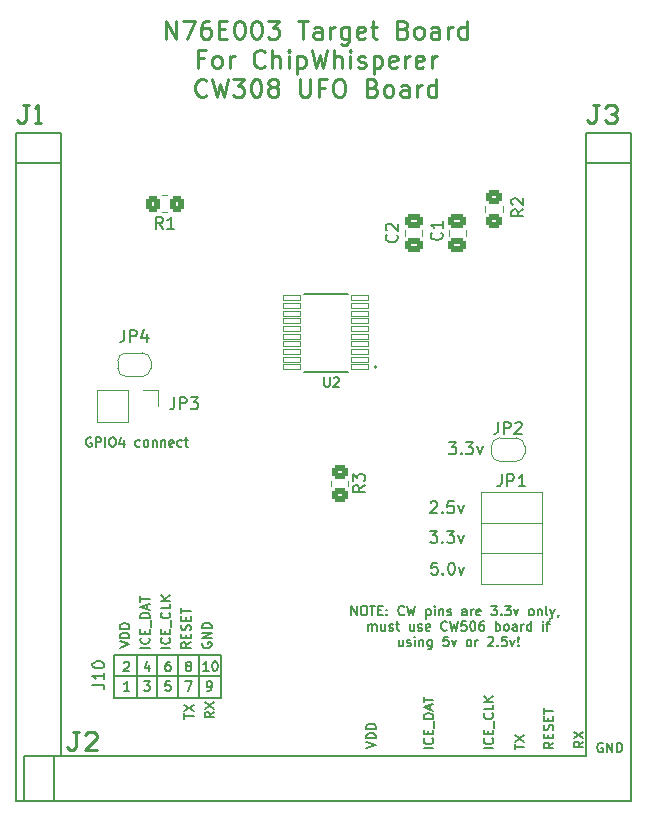
<source format=gbr>
%TF.GenerationSoftware,KiCad,Pcbnew,7.0.2*%
%TF.CreationDate,2023-05-27T02:32:33-07:00*%
%TF.ProjectId,n76e003-ufo-target-board,6e373665-3030-4332-9d75-666f2d746172,rev?*%
%TF.SameCoordinates,Original*%
%TF.FileFunction,Legend,Top*%
%TF.FilePolarity,Positive*%
%FSLAX46Y46*%
G04 Gerber Fmt 4.6, Leading zero omitted, Abs format (unit mm)*
G04 Created by KiCad (PCBNEW 7.0.2) date 2023-05-27 02:32:33*
%MOMM*%
%LPD*%
G01*
G04 APERTURE LIST*
G04 Aperture macros list*
%AMRoundRect*
0 Rectangle with rounded corners*
0 $1 Rounding radius*
0 $2 $3 $4 $5 $6 $7 $8 $9 X,Y pos of 4 corners*
0 Add a 4 corners polygon primitive as box body*
4,1,4,$2,$3,$4,$5,$6,$7,$8,$9,$2,$3,0*
0 Add four circle primitives for the rounded corners*
1,1,$1+$1,$2,$3*
1,1,$1+$1,$4,$5*
1,1,$1+$1,$6,$7*
1,1,$1+$1,$8,$9*
0 Add four rect primitives between the rounded corners*
20,1,$1+$1,$2,$3,$4,$5,0*
20,1,$1+$1,$4,$5,$6,$7,0*
20,1,$1+$1,$6,$7,$8,$9,0*
20,1,$1+$1,$8,$9,$2,$3,0*%
%AMFreePoly0*
4,1,19,0.500000,-0.750000,0.000000,-0.750000,0.000000,-0.744911,-0.071157,-0.744911,-0.207708,-0.704816,-0.327430,-0.627875,-0.420627,-0.520320,-0.479746,-0.390866,-0.500000,-0.250000,-0.500000,0.250000,-0.479746,0.390866,-0.420627,0.520320,-0.327430,0.627875,-0.207708,0.704816,-0.071157,0.744911,0.000000,0.744911,0.000000,0.750000,0.500000,0.750000,0.500000,-0.750000,0.500000,-0.750000,
$1*%
%AMFreePoly1*
4,1,19,0.000000,0.744911,0.071157,0.744911,0.207708,0.704816,0.327430,0.627875,0.420627,0.520320,0.479746,0.390866,0.500000,0.250000,0.500000,-0.250000,0.479746,-0.390866,0.420627,-0.520320,0.327430,-0.627875,0.207708,-0.704816,0.071157,-0.744911,0.000000,-0.744911,0.000000,-0.750000,-0.500000,-0.750000,-0.500000,0.750000,0.000000,0.750000,0.000000,0.744911,0.000000,0.744911,
$1*%
G04 Aperture macros list end*
%ADD10C,0.254000*%
%ADD11C,0.150000*%
%ADD12C,0.127000*%
%ADD13C,0.200000*%
%ADD14C,0.120000*%
%ADD15RoundRect,0.008200X0.731800X0.196800X-0.731800X0.196800X-0.731800X-0.196800X0.731800X-0.196800X0*%
%ADD16RoundRect,0.008200X-0.731800X-0.196800X0.731800X-0.196800X0.731800X0.196800X-0.731800X0.196800X0*%
%ADD17RoundRect,0.250000X-0.475000X0.337500X-0.475000X-0.337500X0.475000X-0.337500X0.475000X0.337500X0*%
%ADD18RoundRect,0.250000X-0.450000X0.350000X-0.450000X-0.350000X0.450000X-0.350000X0.450000X0.350000X0*%
%ADD19C,1.700000*%
%ADD20O,1.700000X1.700000*%
%ADD21RoundRect,0.250000X0.350000X0.450000X-0.350000X0.450000X-0.350000X-0.450000X0.350000X-0.450000X0*%
%ADD22FreePoly0,180.000000*%
%ADD23FreePoly1,180.000000*%
%ADD24FreePoly0,0.000000*%
%ADD25FreePoly1,0.000000*%
%ADD26R,1.700000X1.700000*%
%ADD27O,2.997200X1.498600*%
%ADD28O,1.498600X2.997200*%
%ADD29C,6.350000*%
G04 APERTURE END LIST*
D10*
X173520840Y-72410210D02*
X173520840Y-72663950D01*
D11*
X132870000Y-118715000D02*
X132870000Y-122355000D01*
D10*
X124245090Y-73679700D02*
X124752840Y-73679700D01*
X123229350Y-72156210D02*
X123483350Y-72156210D01*
X128004000Y-125265255D02*
X127496000Y-125265255D01*
D11*
X136370000Y-118715000D02*
X136370000Y-122355000D01*
D10*
X171997350Y-72156210D02*
X171489350Y-72156210D01*
D11*
X134620000Y-118715000D02*
X134620000Y-122355000D01*
D10*
X172759090Y-73679700D02*
X172505090Y-73425700D01*
D11*
X130970000Y-118720000D02*
X140010000Y-118720000D01*
X140010000Y-122350000D01*
X130970000Y-122350000D01*
X130970000Y-118720000D01*
D10*
X173266840Y-73679700D02*
X172759090Y-73679700D01*
D11*
X130960000Y-120530000D02*
X140000000Y-120530000D01*
D10*
X171489350Y-72156210D02*
X171743350Y-72156210D01*
X171489350Y-73679700D02*
X171235600Y-73679700D01*
X127242250Y-126788745D02*
X126988250Y-126534745D01*
X123229350Y-73679700D02*
X122975600Y-73679700D01*
X127496000Y-125265255D02*
X127750000Y-125265255D01*
X129273490Y-125265255D02*
X128765740Y-125265255D01*
X173520840Y-73171950D02*
X173520840Y-73425700D01*
X127496000Y-126788745D02*
X127242250Y-126788745D01*
X171743350Y-72156210D02*
X171743350Y-73425700D01*
X123483350Y-73425700D02*
X123229350Y-73679700D01*
X124499090Y-73679700D02*
X124499090Y-72156210D01*
X128511740Y-126788745D02*
X129527490Y-125772995D01*
X128765740Y-125265255D02*
X128511740Y-125519255D01*
D11*
X138120000Y-118715000D02*
X138120000Y-122355000D01*
D10*
X171235600Y-73679700D02*
X170981600Y-73425700D01*
X123483350Y-72156210D02*
X123483350Y-73425700D01*
X173266840Y-72917950D02*
X173520840Y-73171950D01*
X129527490Y-125772995D02*
X129527490Y-125519255D01*
X173012840Y-72917950D02*
X173266840Y-72917950D01*
X123737350Y-72156210D02*
X123229350Y-72156210D01*
X122975600Y-73679700D02*
X122721600Y-73425700D01*
X129527490Y-126788745D02*
X128511740Y-126788745D01*
X172759090Y-72156210D02*
X173266840Y-72156210D01*
X173266840Y-72156210D02*
X173520840Y-72410210D01*
X127750000Y-125265255D02*
X127750000Y-126534745D01*
X124499090Y-72156210D02*
X124245090Y-72410210D01*
X173520840Y-73425700D02*
X173266840Y-73679700D01*
X173520840Y-72663950D02*
X173266840Y-72917950D01*
X171743350Y-73425700D02*
X171489350Y-73679700D01*
X172505090Y-72410210D02*
X172759090Y-72156210D01*
X127750000Y-126534745D02*
X127496000Y-126788745D01*
X129527490Y-125519255D02*
X129273490Y-125265255D01*
X173266840Y-72917950D02*
X173012840Y-72917950D01*
X124752840Y-73679700D02*
X124499090Y-73679700D01*
D11*
X131442095Y-118103809D02*
X132242095Y-117837142D01*
X132242095Y-117837142D02*
X131442095Y-117570476D01*
X132242095Y-117303809D02*
X131442095Y-117303809D01*
X131442095Y-117303809D02*
X131442095Y-117113333D01*
X131442095Y-117113333D02*
X131480190Y-116999047D01*
X131480190Y-116999047D02*
X131556380Y-116922857D01*
X131556380Y-116922857D02*
X131632571Y-116884762D01*
X131632571Y-116884762D02*
X131784952Y-116846666D01*
X131784952Y-116846666D02*
X131899238Y-116846666D01*
X131899238Y-116846666D02*
X132051619Y-116884762D01*
X132051619Y-116884762D02*
X132127809Y-116922857D01*
X132127809Y-116922857D02*
X132204000Y-116999047D01*
X132204000Y-116999047D02*
X132242095Y-117113333D01*
X132242095Y-117113333D02*
X132242095Y-117303809D01*
X132242095Y-116503809D02*
X131442095Y-116503809D01*
X131442095Y-116503809D02*
X131442095Y-116313333D01*
X131442095Y-116313333D02*
X131480190Y-116199047D01*
X131480190Y-116199047D02*
X131556380Y-116122857D01*
X131556380Y-116122857D02*
X131632571Y-116084762D01*
X131632571Y-116084762D02*
X131784952Y-116046666D01*
X131784952Y-116046666D02*
X131899238Y-116046666D01*
X131899238Y-116046666D02*
X132051619Y-116084762D01*
X132051619Y-116084762D02*
X132127809Y-116122857D01*
X132127809Y-116122857D02*
X132204000Y-116199047D01*
X132204000Y-116199047D02*
X132242095Y-116313333D01*
X132242095Y-116313333D02*
X132242095Y-116503809D01*
X129019523Y-100340190D02*
X128943333Y-100302095D01*
X128943333Y-100302095D02*
X128829047Y-100302095D01*
X128829047Y-100302095D02*
X128714761Y-100340190D01*
X128714761Y-100340190D02*
X128638571Y-100416380D01*
X128638571Y-100416380D02*
X128600476Y-100492571D01*
X128600476Y-100492571D02*
X128562380Y-100644952D01*
X128562380Y-100644952D02*
X128562380Y-100759238D01*
X128562380Y-100759238D02*
X128600476Y-100911619D01*
X128600476Y-100911619D02*
X128638571Y-100987809D01*
X128638571Y-100987809D02*
X128714761Y-101064000D01*
X128714761Y-101064000D02*
X128829047Y-101102095D01*
X128829047Y-101102095D02*
X128905238Y-101102095D01*
X128905238Y-101102095D02*
X129019523Y-101064000D01*
X129019523Y-101064000D02*
X129057619Y-101025904D01*
X129057619Y-101025904D02*
X129057619Y-100759238D01*
X129057619Y-100759238D02*
X128905238Y-100759238D01*
X129400476Y-101102095D02*
X129400476Y-100302095D01*
X129400476Y-100302095D02*
X129705238Y-100302095D01*
X129705238Y-100302095D02*
X129781428Y-100340190D01*
X129781428Y-100340190D02*
X129819523Y-100378285D01*
X129819523Y-100378285D02*
X129857619Y-100454476D01*
X129857619Y-100454476D02*
X129857619Y-100568761D01*
X129857619Y-100568761D02*
X129819523Y-100644952D01*
X129819523Y-100644952D02*
X129781428Y-100683047D01*
X129781428Y-100683047D02*
X129705238Y-100721142D01*
X129705238Y-100721142D02*
X129400476Y-100721142D01*
X130200476Y-101102095D02*
X130200476Y-100302095D01*
X130733809Y-100302095D02*
X130886190Y-100302095D01*
X130886190Y-100302095D02*
X130962380Y-100340190D01*
X130962380Y-100340190D02*
X131038571Y-100416380D01*
X131038571Y-100416380D02*
X131076666Y-100568761D01*
X131076666Y-100568761D02*
X131076666Y-100835428D01*
X131076666Y-100835428D02*
X131038571Y-100987809D01*
X131038571Y-100987809D02*
X130962380Y-101064000D01*
X130962380Y-101064000D02*
X130886190Y-101102095D01*
X130886190Y-101102095D02*
X130733809Y-101102095D01*
X130733809Y-101102095D02*
X130657618Y-101064000D01*
X130657618Y-101064000D02*
X130581428Y-100987809D01*
X130581428Y-100987809D02*
X130543332Y-100835428D01*
X130543332Y-100835428D02*
X130543332Y-100568761D01*
X130543332Y-100568761D02*
X130581428Y-100416380D01*
X130581428Y-100416380D02*
X130657618Y-100340190D01*
X130657618Y-100340190D02*
X130733809Y-100302095D01*
X131762380Y-100568761D02*
X131762380Y-101102095D01*
X131571904Y-100264000D02*
X131381427Y-100835428D01*
X131381427Y-100835428D02*
X131876666Y-100835428D01*
X133133809Y-101064000D02*
X133057618Y-101102095D01*
X133057618Y-101102095D02*
X132905237Y-101102095D01*
X132905237Y-101102095D02*
X132829047Y-101064000D01*
X132829047Y-101064000D02*
X132790952Y-101025904D01*
X132790952Y-101025904D02*
X132752856Y-100949714D01*
X132752856Y-100949714D02*
X132752856Y-100721142D01*
X132752856Y-100721142D02*
X132790952Y-100644952D01*
X132790952Y-100644952D02*
X132829047Y-100606857D01*
X132829047Y-100606857D02*
X132905237Y-100568761D01*
X132905237Y-100568761D02*
X133057618Y-100568761D01*
X133057618Y-100568761D02*
X133133809Y-100606857D01*
X133590951Y-101102095D02*
X133514761Y-101064000D01*
X133514761Y-101064000D02*
X133476666Y-101025904D01*
X133476666Y-101025904D02*
X133438570Y-100949714D01*
X133438570Y-100949714D02*
X133438570Y-100721142D01*
X133438570Y-100721142D02*
X133476666Y-100644952D01*
X133476666Y-100644952D02*
X133514761Y-100606857D01*
X133514761Y-100606857D02*
X133590951Y-100568761D01*
X133590951Y-100568761D02*
X133705237Y-100568761D01*
X133705237Y-100568761D02*
X133781428Y-100606857D01*
X133781428Y-100606857D02*
X133819523Y-100644952D01*
X133819523Y-100644952D02*
X133857618Y-100721142D01*
X133857618Y-100721142D02*
X133857618Y-100949714D01*
X133857618Y-100949714D02*
X133819523Y-101025904D01*
X133819523Y-101025904D02*
X133781428Y-101064000D01*
X133781428Y-101064000D02*
X133705237Y-101102095D01*
X133705237Y-101102095D02*
X133590951Y-101102095D01*
X134200476Y-100568761D02*
X134200476Y-101102095D01*
X134200476Y-100644952D02*
X134238571Y-100606857D01*
X134238571Y-100606857D02*
X134314761Y-100568761D01*
X134314761Y-100568761D02*
X134429047Y-100568761D01*
X134429047Y-100568761D02*
X134505238Y-100606857D01*
X134505238Y-100606857D02*
X134543333Y-100683047D01*
X134543333Y-100683047D02*
X134543333Y-101102095D01*
X134924286Y-100568761D02*
X134924286Y-101102095D01*
X134924286Y-100644952D02*
X134962381Y-100606857D01*
X134962381Y-100606857D02*
X135038571Y-100568761D01*
X135038571Y-100568761D02*
X135152857Y-100568761D01*
X135152857Y-100568761D02*
X135229048Y-100606857D01*
X135229048Y-100606857D02*
X135267143Y-100683047D01*
X135267143Y-100683047D02*
X135267143Y-101102095D01*
X135952858Y-101064000D02*
X135876667Y-101102095D01*
X135876667Y-101102095D02*
X135724286Y-101102095D01*
X135724286Y-101102095D02*
X135648096Y-101064000D01*
X135648096Y-101064000D02*
X135610000Y-100987809D01*
X135610000Y-100987809D02*
X135610000Y-100683047D01*
X135610000Y-100683047D02*
X135648096Y-100606857D01*
X135648096Y-100606857D02*
X135724286Y-100568761D01*
X135724286Y-100568761D02*
X135876667Y-100568761D01*
X135876667Y-100568761D02*
X135952858Y-100606857D01*
X135952858Y-100606857D02*
X135990953Y-100683047D01*
X135990953Y-100683047D02*
X135990953Y-100759238D01*
X135990953Y-100759238D02*
X135610000Y-100835428D01*
X136676667Y-101064000D02*
X136600476Y-101102095D01*
X136600476Y-101102095D02*
X136448095Y-101102095D01*
X136448095Y-101102095D02*
X136371905Y-101064000D01*
X136371905Y-101064000D02*
X136333810Y-101025904D01*
X136333810Y-101025904D02*
X136295714Y-100949714D01*
X136295714Y-100949714D02*
X136295714Y-100721142D01*
X136295714Y-100721142D02*
X136333810Y-100644952D01*
X136333810Y-100644952D02*
X136371905Y-100606857D01*
X136371905Y-100606857D02*
X136448095Y-100568761D01*
X136448095Y-100568761D02*
X136600476Y-100568761D01*
X136600476Y-100568761D02*
X136676667Y-100606857D01*
X136905238Y-100568761D02*
X137210000Y-100568761D01*
X137019524Y-100302095D02*
X137019524Y-100987809D01*
X137019524Y-100987809D02*
X137057619Y-101064000D01*
X137057619Y-101064000D02*
X137133809Y-101102095D01*
X137133809Y-101102095D02*
X137210000Y-101102095D01*
X157692857Y-108227619D02*
X158311904Y-108227619D01*
X158311904Y-108227619D02*
X157978571Y-108608571D01*
X157978571Y-108608571D02*
X158121428Y-108608571D01*
X158121428Y-108608571D02*
X158216666Y-108656190D01*
X158216666Y-108656190D02*
X158264285Y-108703809D01*
X158264285Y-108703809D02*
X158311904Y-108799047D01*
X158311904Y-108799047D02*
X158311904Y-109037142D01*
X158311904Y-109037142D02*
X158264285Y-109132380D01*
X158264285Y-109132380D02*
X158216666Y-109180000D01*
X158216666Y-109180000D02*
X158121428Y-109227619D01*
X158121428Y-109227619D02*
X157835714Y-109227619D01*
X157835714Y-109227619D02*
X157740476Y-109180000D01*
X157740476Y-109180000D02*
X157692857Y-109132380D01*
X158740476Y-109132380D02*
X158788095Y-109180000D01*
X158788095Y-109180000D02*
X158740476Y-109227619D01*
X158740476Y-109227619D02*
X158692857Y-109180000D01*
X158692857Y-109180000D02*
X158740476Y-109132380D01*
X158740476Y-109132380D02*
X158740476Y-109227619D01*
X159121428Y-108227619D02*
X159740475Y-108227619D01*
X159740475Y-108227619D02*
X159407142Y-108608571D01*
X159407142Y-108608571D02*
X159549999Y-108608571D01*
X159549999Y-108608571D02*
X159645237Y-108656190D01*
X159645237Y-108656190D02*
X159692856Y-108703809D01*
X159692856Y-108703809D02*
X159740475Y-108799047D01*
X159740475Y-108799047D02*
X159740475Y-109037142D01*
X159740475Y-109037142D02*
X159692856Y-109132380D01*
X159692856Y-109132380D02*
X159645237Y-109180000D01*
X159645237Y-109180000D02*
X159549999Y-109227619D01*
X159549999Y-109227619D02*
X159264285Y-109227619D01*
X159264285Y-109227619D02*
X159169047Y-109180000D01*
X159169047Y-109180000D02*
X159121428Y-109132380D01*
X160073809Y-108560952D02*
X160311904Y-109227619D01*
X160311904Y-109227619D02*
X160549999Y-108560952D01*
X138848571Y-121752095D02*
X139000952Y-121752095D01*
X139000952Y-121752095D02*
X139077142Y-121714000D01*
X139077142Y-121714000D02*
X139115238Y-121675904D01*
X139115238Y-121675904D02*
X139191428Y-121561619D01*
X139191428Y-121561619D02*
X139229523Y-121409238D01*
X139229523Y-121409238D02*
X139229523Y-121104476D01*
X139229523Y-121104476D02*
X139191428Y-121028285D01*
X139191428Y-121028285D02*
X139153333Y-120990190D01*
X139153333Y-120990190D02*
X139077142Y-120952095D01*
X139077142Y-120952095D02*
X138924761Y-120952095D01*
X138924761Y-120952095D02*
X138848571Y-120990190D01*
X138848571Y-120990190D02*
X138810476Y-121028285D01*
X138810476Y-121028285D02*
X138772380Y-121104476D01*
X138772380Y-121104476D02*
X138772380Y-121294952D01*
X138772380Y-121294952D02*
X138810476Y-121371142D01*
X138810476Y-121371142D02*
X138848571Y-121409238D01*
X138848571Y-121409238D02*
X138924761Y-121447333D01*
X138924761Y-121447333D02*
X139077142Y-121447333D01*
X139077142Y-121447333D02*
X139153333Y-121409238D01*
X139153333Y-121409238D02*
X139191428Y-121371142D01*
X139191428Y-121371142D02*
X139229523Y-121294952D01*
X164882095Y-126713809D02*
X164882095Y-126256666D01*
X165682095Y-126485238D02*
X164882095Y-126485238D01*
X164882095Y-126066190D02*
X165682095Y-125532856D01*
X164882095Y-125532856D02*
X165682095Y-126066190D01*
X138440190Y-117690476D02*
X138402095Y-117766666D01*
X138402095Y-117766666D02*
X138402095Y-117880952D01*
X138402095Y-117880952D02*
X138440190Y-117995238D01*
X138440190Y-117995238D02*
X138516380Y-118071428D01*
X138516380Y-118071428D02*
X138592571Y-118109523D01*
X138592571Y-118109523D02*
X138744952Y-118147619D01*
X138744952Y-118147619D02*
X138859238Y-118147619D01*
X138859238Y-118147619D02*
X139011619Y-118109523D01*
X139011619Y-118109523D02*
X139087809Y-118071428D01*
X139087809Y-118071428D02*
X139164000Y-117995238D01*
X139164000Y-117995238D02*
X139202095Y-117880952D01*
X139202095Y-117880952D02*
X139202095Y-117804761D01*
X139202095Y-117804761D02*
X139164000Y-117690476D01*
X139164000Y-117690476D02*
X139125904Y-117652380D01*
X139125904Y-117652380D02*
X138859238Y-117652380D01*
X138859238Y-117652380D02*
X138859238Y-117804761D01*
X139202095Y-117309523D02*
X138402095Y-117309523D01*
X138402095Y-117309523D02*
X139202095Y-116852380D01*
X139202095Y-116852380D02*
X138402095Y-116852380D01*
X139202095Y-116471428D02*
X138402095Y-116471428D01*
X138402095Y-116471428D02*
X138402095Y-116280952D01*
X138402095Y-116280952D02*
X138440190Y-116166666D01*
X138440190Y-116166666D02*
X138516380Y-116090476D01*
X138516380Y-116090476D02*
X138592571Y-116052381D01*
X138592571Y-116052381D02*
X138744952Y-116014285D01*
X138744952Y-116014285D02*
X138859238Y-116014285D01*
X138859238Y-116014285D02*
X139011619Y-116052381D01*
X139011619Y-116052381D02*
X139087809Y-116090476D01*
X139087809Y-116090476D02*
X139164000Y-116166666D01*
X139164000Y-116166666D02*
X139202095Y-116280952D01*
X139202095Y-116280952D02*
X139202095Y-116471428D01*
X163052095Y-126639523D02*
X162252095Y-126639523D01*
X162975904Y-125801428D02*
X163014000Y-125839524D01*
X163014000Y-125839524D02*
X163052095Y-125953809D01*
X163052095Y-125953809D02*
X163052095Y-126030000D01*
X163052095Y-126030000D02*
X163014000Y-126144286D01*
X163014000Y-126144286D02*
X162937809Y-126220476D01*
X162937809Y-126220476D02*
X162861619Y-126258571D01*
X162861619Y-126258571D02*
X162709238Y-126296667D01*
X162709238Y-126296667D02*
X162594952Y-126296667D01*
X162594952Y-126296667D02*
X162442571Y-126258571D01*
X162442571Y-126258571D02*
X162366380Y-126220476D01*
X162366380Y-126220476D02*
X162290190Y-126144286D01*
X162290190Y-126144286D02*
X162252095Y-126030000D01*
X162252095Y-126030000D02*
X162252095Y-125953809D01*
X162252095Y-125953809D02*
X162290190Y-125839524D01*
X162290190Y-125839524D02*
X162328285Y-125801428D01*
X162633047Y-125458571D02*
X162633047Y-125191905D01*
X163052095Y-125077619D02*
X163052095Y-125458571D01*
X163052095Y-125458571D02*
X162252095Y-125458571D01*
X162252095Y-125458571D02*
X162252095Y-125077619D01*
X163128285Y-124925238D02*
X163128285Y-124315714D01*
X162975904Y-123668094D02*
X163014000Y-123706190D01*
X163014000Y-123706190D02*
X163052095Y-123820475D01*
X163052095Y-123820475D02*
X163052095Y-123896666D01*
X163052095Y-123896666D02*
X163014000Y-124010952D01*
X163014000Y-124010952D02*
X162937809Y-124087142D01*
X162937809Y-124087142D02*
X162861619Y-124125237D01*
X162861619Y-124125237D02*
X162709238Y-124163333D01*
X162709238Y-124163333D02*
X162594952Y-124163333D01*
X162594952Y-124163333D02*
X162442571Y-124125237D01*
X162442571Y-124125237D02*
X162366380Y-124087142D01*
X162366380Y-124087142D02*
X162290190Y-124010952D01*
X162290190Y-124010952D02*
X162252095Y-123896666D01*
X162252095Y-123896666D02*
X162252095Y-123820475D01*
X162252095Y-123820475D02*
X162290190Y-123706190D01*
X162290190Y-123706190D02*
X162328285Y-123668094D01*
X163052095Y-122944285D02*
X163052095Y-123325237D01*
X163052095Y-123325237D02*
X162252095Y-123325237D01*
X163052095Y-122677618D02*
X162252095Y-122677618D01*
X163052095Y-122220475D02*
X162594952Y-122563333D01*
X162252095Y-122220475D02*
X162709238Y-122677618D01*
D10*
X135323713Y-66555731D02*
X135323713Y-65031731D01*
X135323713Y-65031731D02*
X136194570Y-66555731D01*
X136194570Y-66555731D02*
X136194570Y-65031731D01*
X136775141Y-65031731D02*
X137791141Y-65031731D01*
X137791141Y-65031731D02*
X137137998Y-66555731D01*
X139024856Y-65031731D02*
X138734570Y-65031731D01*
X138734570Y-65031731D02*
X138589427Y-65104302D01*
X138589427Y-65104302D02*
X138516856Y-65176874D01*
X138516856Y-65176874D02*
X138371713Y-65394588D01*
X138371713Y-65394588D02*
X138299141Y-65684874D01*
X138299141Y-65684874D02*
X138299141Y-66265445D01*
X138299141Y-66265445D02*
X138371713Y-66410588D01*
X138371713Y-66410588D02*
X138444284Y-66483160D01*
X138444284Y-66483160D02*
X138589427Y-66555731D01*
X138589427Y-66555731D02*
X138879713Y-66555731D01*
X138879713Y-66555731D02*
X139024856Y-66483160D01*
X139024856Y-66483160D02*
X139097427Y-66410588D01*
X139097427Y-66410588D02*
X139169998Y-66265445D01*
X139169998Y-66265445D02*
X139169998Y-65902588D01*
X139169998Y-65902588D02*
X139097427Y-65757445D01*
X139097427Y-65757445D02*
X139024856Y-65684874D01*
X139024856Y-65684874D02*
X138879713Y-65612302D01*
X138879713Y-65612302D02*
X138589427Y-65612302D01*
X138589427Y-65612302D02*
X138444284Y-65684874D01*
X138444284Y-65684874D02*
X138371713Y-65757445D01*
X138371713Y-65757445D02*
X138299141Y-65902588D01*
X139823142Y-65757445D02*
X140331142Y-65757445D01*
X140548856Y-66555731D02*
X139823142Y-66555731D01*
X139823142Y-66555731D02*
X139823142Y-65031731D01*
X139823142Y-65031731D02*
X140548856Y-65031731D01*
X141492284Y-65031731D02*
X141637427Y-65031731D01*
X141637427Y-65031731D02*
X141782570Y-65104302D01*
X141782570Y-65104302D02*
X141855142Y-65176874D01*
X141855142Y-65176874D02*
X141927713Y-65322017D01*
X141927713Y-65322017D02*
X142000284Y-65612302D01*
X142000284Y-65612302D02*
X142000284Y-65975160D01*
X142000284Y-65975160D02*
X141927713Y-66265445D01*
X141927713Y-66265445D02*
X141855142Y-66410588D01*
X141855142Y-66410588D02*
X141782570Y-66483160D01*
X141782570Y-66483160D02*
X141637427Y-66555731D01*
X141637427Y-66555731D02*
X141492284Y-66555731D01*
X141492284Y-66555731D02*
X141347142Y-66483160D01*
X141347142Y-66483160D02*
X141274570Y-66410588D01*
X141274570Y-66410588D02*
X141201999Y-66265445D01*
X141201999Y-66265445D02*
X141129427Y-65975160D01*
X141129427Y-65975160D02*
X141129427Y-65612302D01*
X141129427Y-65612302D02*
X141201999Y-65322017D01*
X141201999Y-65322017D02*
X141274570Y-65176874D01*
X141274570Y-65176874D02*
X141347142Y-65104302D01*
X141347142Y-65104302D02*
X141492284Y-65031731D01*
X142943713Y-65031731D02*
X143088856Y-65031731D01*
X143088856Y-65031731D02*
X143233999Y-65104302D01*
X143233999Y-65104302D02*
X143306571Y-65176874D01*
X143306571Y-65176874D02*
X143379142Y-65322017D01*
X143379142Y-65322017D02*
X143451713Y-65612302D01*
X143451713Y-65612302D02*
X143451713Y-65975160D01*
X143451713Y-65975160D02*
X143379142Y-66265445D01*
X143379142Y-66265445D02*
X143306571Y-66410588D01*
X143306571Y-66410588D02*
X143233999Y-66483160D01*
X143233999Y-66483160D02*
X143088856Y-66555731D01*
X143088856Y-66555731D02*
X142943713Y-66555731D01*
X142943713Y-66555731D02*
X142798571Y-66483160D01*
X142798571Y-66483160D02*
X142725999Y-66410588D01*
X142725999Y-66410588D02*
X142653428Y-66265445D01*
X142653428Y-66265445D02*
X142580856Y-65975160D01*
X142580856Y-65975160D02*
X142580856Y-65612302D01*
X142580856Y-65612302D02*
X142653428Y-65322017D01*
X142653428Y-65322017D02*
X142725999Y-65176874D01*
X142725999Y-65176874D02*
X142798571Y-65104302D01*
X142798571Y-65104302D02*
X142943713Y-65031731D01*
X143959714Y-65031731D02*
X144903142Y-65031731D01*
X144903142Y-65031731D02*
X144395142Y-65612302D01*
X144395142Y-65612302D02*
X144612857Y-65612302D01*
X144612857Y-65612302D02*
X144758000Y-65684874D01*
X144758000Y-65684874D02*
X144830571Y-65757445D01*
X144830571Y-65757445D02*
X144903142Y-65902588D01*
X144903142Y-65902588D02*
X144903142Y-66265445D01*
X144903142Y-66265445D02*
X144830571Y-66410588D01*
X144830571Y-66410588D02*
X144758000Y-66483160D01*
X144758000Y-66483160D02*
X144612857Y-66555731D01*
X144612857Y-66555731D02*
X144177428Y-66555731D01*
X144177428Y-66555731D02*
X144032285Y-66483160D01*
X144032285Y-66483160D02*
X143959714Y-66410588D01*
X146499714Y-65031731D02*
X147370572Y-65031731D01*
X146935143Y-66555731D02*
X146935143Y-65031731D01*
X148531715Y-66555731D02*
X148531715Y-65757445D01*
X148531715Y-65757445D02*
X148459143Y-65612302D01*
X148459143Y-65612302D02*
X148314000Y-65539731D01*
X148314000Y-65539731D02*
X148023715Y-65539731D01*
X148023715Y-65539731D02*
X147878572Y-65612302D01*
X148531715Y-66483160D02*
X148386572Y-66555731D01*
X148386572Y-66555731D02*
X148023715Y-66555731D01*
X148023715Y-66555731D02*
X147878572Y-66483160D01*
X147878572Y-66483160D02*
X147806000Y-66338017D01*
X147806000Y-66338017D02*
X147806000Y-66192874D01*
X147806000Y-66192874D02*
X147878572Y-66047731D01*
X147878572Y-66047731D02*
X148023715Y-65975160D01*
X148023715Y-65975160D02*
X148386572Y-65975160D01*
X148386572Y-65975160D02*
X148531715Y-65902588D01*
X149257429Y-66555731D02*
X149257429Y-65539731D01*
X149257429Y-65830017D02*
X149330000Y-65684874D01*
X149330000Y-65684874D02*
X149402572Y-65612302D01*
X149402572Y-65612302D02*
X149547714Y-65539731D01*
X149547714Y-65539731D02*
X149692857Y-65539731D01*
X150854001Y-65539731D02*
X150854001Y-66773445D01*
X150854001Y-66773445D02*
X150781429Y-66918588D01*
X150781429Y-66918588D02*
X150708858Y-66991160D01*
X150708858Y-66991160D02*
X150563715Y-67063731D01*
X150563715Y-67063731D02*
X150346001Y-67063731D01*
X150346001Y-67063731D02*
X150200858Y-66991160D01*
X150854001Y-66483160D02*
X150708858Y-66555731D01*
X150708858Y-66555731D02*
X150418572Y-66555731D01*
X150418572Y-66555731D02*
X150273429Y-66483160D01*
X150273429Y-66483160D02*
X150200858Y-66410588D01*
X150200858Y-66410588D02*
X150128286Y-66265445D01*
X150128286Y-66265445D02*
X150128286Y-65830017D01*
X150128286Y-65830017D02*
X150200858Y-65684874D01*
X150200858Y-65684874D02*
X150273429Y-65612302D01*
X150273429Y-65612302D02*
X150418572Y-65539731D01*
X150418572Y-65539731D02*
X150708858Y-65539731D01*
X150708858Y-65539731D02*
X150854001Y-65612302D01*
X152160286Y-66483160D02*
X152015143Y-66555731D01*
X152015143Y-66555731D02*
X151724858Y-66555731D01*
X151724858Y-66555731D02*
X151579715Y-66483160D01*
X151579715Y-66483160D02*
X151507143Y-66338017D01*
X151507143Y-66338017D02*
X151507143Y-65757445D01*
X151507143Y-65757445D02*
X151579715Y-65612302D01*
X151579715Y-65612302D02*
X151724858Y-65539731D01*
X151724858Y-65539731D02*
X152015143Y-65539731D01*
X152015143Y-65539731D02*
X152160286Y-65612302D01*
X152160286Y-65612302D02*
X152232858Y-65757445D01*
X152232858Y-65757445D02*
X152232858Y-65902588D01*
X152232858Y-65902588D02*
X151507143Y-66047731D01*
X152668286Y-65539731D02*
X153248858Y-65539731D01*
X152886001Y-65031731D02*
X152886001Y-66338017D01*
X152886001Y-66338017D02*
X152958572Y-66483160D01*
X152958572Y-66483160D02*
X153103715Y-66555731D01*
X153103715Y-66555731D02*
X153248858Y-66555731D01*
X155426001Y-65757445D02*
X155643715Y-65830017D01*
X155643715Y-65830017D02*
X155716286Y-65902588D01*
X155716286Y-65902588D02*
X155788858Y-66047731D01*
X155788858Y-66047731D02*
X155788858Y-66265445D01*
X155788858Y-66265445D02*
X155716286Y-66410588D01*
X155716286Y-66410588D02*
X155643715Y-66483160D01*
X155643715Y-66483160D02*
X155498572Y-66555731D01*
X155498572Y-66555731D02*
X154918001Y-66555731D01*
X154918001Y-66555731D02*
X154918001Y-65031731D01*
X154918001Y-65031731D02*
X155426001Y-65031731D01*
X155426001Y-65031731D02*
X155571144Y-65104302D01*
X155571144Y-65104302D02*
X155643715Y-65176874D01*
X155643715Y-65176874D02*
X155716286Y-65322017D01*
X155716286Y-65322017D02*
X155716286Y-65467160D01*
X155716286Y-65467160D02*
X155643715Y-65612302D01*
X155643715Y-65612302D02*
X155571144Y-65684874D01*
X155571144Y-65684874D02*
X155426001Y-65757445D01*
X155426001Y-65757445D02*
X154918001Y-65757445D01*
X156659715Y-66555731D02*
X156514572Y-66483160D01*
X156514572Y-66483160D02*
X156442001Y-66410588D01*
X156442001Y-66410588D02*
X156369429Y-66265445D01*
X156369429Y-66265445D02*
X156369429Y-65830017D01*
X156369429Y-65830017D02*
X156442001Y-65684874D01*
X156442001Y-65684874D02*
X156514572Y-65612302D01*
X156514572Y-65612302D02*
X156659715Y-65539731D01*
X156659715Y-65539731D02*
X156877429Y-65539731D01*
X156877429Y-65539731D02*
X157022572Y-65612302D01*
X157022572Y-65612302D02*
X157095144Y-65684874D01*
X157095144Y-65684874D02*
X157167715Y-65830017D01*
X157167715Y-65830017D02*
X157167715Y-66265445D01*
X157167715Y-66265445D02*
X157095144Y-66410588D01*
X157095144Y-66410588D02*
X157022572Y-66483160D01*
X157022572Y-66483160D02*
X156877429Y-66555731D01*
X156877429Y-66555731D02*
X156659715Y-66555731D01*
X158474001Y-66555731D02*
X158474001Y-65757445D01*
X158474001Y-65757445D02*
X158401429Y-65612302D01*
X158401429Y-65612302D02*
X158256286Y-65539731D01*
X158256286Y-65539731D02*
X157966001Y-65539731D01*
X157966001Y-65539731D02*
X157820858Y-65612302D01*
X158474001Y-66483160D02*
X158328858Y-66555731D01*
X158328858Y-66555731D02*
X157966001Y-66555731D01*
X157966001Y-66555731D02*
X157820858Y-66483160D01*
X157820858Y-66483160D02*
X157748286Y-66338017D01*
X157748286Y-66338017D02*
X157748286Y-66192874D01*
X157748286Y-66192874D02*
X157820858Y-66047731D01*
X157820858Y-66047731D02*
X157966001Y-65975160D01*
X157966001Y-65975160D02*
X158328858Y-65975160D01*
X158328858Y-65975160D02*
X158474001Y-65902588D01*
X159199715Y-66555731D02*
X159199715Y-65539731D01*
X159199715Y-65830017D02*
X159272286Y-65684874D01*
X159272286Y-65684874D02*
X159344858Y-65612302D01*
X159344858Y-65612302D02*
X159490000Y-65539731D01*
X159490000Y-65539731D02*
X159635143Y-65539731D01*
X160796287Y-66555731D02*
X160796287Y-65031731D01*
X160796287Y-66483160D02*
X160651144Y-66555731D01*
X160651144Y-66555731D02*
X160360858Y-66555731D01*
X160360858Y-66555731D02*
X160215715Y-66483160D01*
X160215715Y-66483160D02*
X160143144Y-66410588D01*
X160143144Y-66410588D02*
X160070572Y-66265445D01*
X160070572Y-66265445D02*
X160070572Y-65830017D01*
X160070572Y-65830017D02*
X160143144Y-65684874D01*
X160143144Y-65684874D02*
X160215715Y-65612302D01*
X160215715Y-65612302D02*
X160360858Y-65539731D01*
X160360858Y-65539731D02*
X160651144Y-65539731D01*
X160651144Y-65539731D02*
X160796287Y-65612302D01*
X138553143Y-68226325D02*
X138045143Y-68226325D01*
X138045143Y-69024611D02*
X138045143Y-67500611D01*
X138045143Y-67500611D02*
X138770857Y-67500611D01*
X139569143Y-69024611D02*
X139424000Y-68952040D01*
X139424000Y-68952040D02*
X139351429Y-68879468D01*
X139351429Y-68879468D02*
X139278857Y-68734325D01*
X139278857Y-68734325D02*
X139278857Y-68298897D01*
X139278857Y-68298897D02*
X139351429Y-68153754D01*
X139351429Y-68153754D02*
X139424000Y-68081182D01*
X139424000Y-68081182D02*
X139569143Y-68008611D01*
X139569143Y-68008611D02*
X139786857Y-68008611D01*
X139786857Y-68008611D02*
X139932000Y-68081182D01*
X139932000Y-68081182D02*
X140004572Y-68153754D01*
X140004572Y-68153754D02*
X140077143Y-68298897D01*
X140077143Y-68298897D02*
X140077143Y-68734325D01*
X140077143Y-68734325D02*
X140004572Y-68879468D01*
X140004572Y-68879468D02*
X139932000Y-68952040D01*
X139932000Y-68952040D02*
X139786857Y-69024611D01*
X139786857Y-69024611D02*
X139569143Y-69024611D01*
X140730286Y-69024611D02*
X140730286Y-68008611D01*
X140730286Y-68298897D02*
X140802857Y-68153754D01*
X140802857Y-68153754D02*
X140875429Y-68081182D01*
X140875429Y-68081182D02*
X141020571Y-68008611D01*
X141020571Y-68008611D02*
X141165714Y-68008611D01*
X143705715Y-68879468D02*
X143633143Y-68952040D01*
X143633143Y-68952040D02*
X143415429Y-69024611D01*
X143415429Y-69024611D02*
X143270286Y-69024611D01*
X143270286Y-69024611D02*
X143052572Y-68952040D01*
X143052572Y-68952040D02*
X142907429Y-68806897D01*
X142907429Y-68806897D02*
X142834858Y-68661754D01*
X142834858Y-68661754D02*
X142762286Y-68371468D01*
X142762286Y-68371468D02*
X142762286Y-68153754D01*
X142762286Y-68153754D02*
X142834858Y-67863468D01*
X142834858Y-67863468D02*
X142907429Y-67718325D01*
X142907429Y-67718325D02*
X143052572Y-67573182D01*
X143052572Y-67573182D02*
X143270286Y-67500611D01*
X143270286Y-67500611D02*
X143415429Y-67500611D01*
X143415429Y-67500611D02*
X143633143Y-67573182D01*
X143633143Y-67573182D02*
X143705715Y-67645754D01*
X144358858Y-69024611D02*
X144358858Y-67500611D01*
X145012001Y-69024611D02*
X145012001Y-68226325D01*
X145012001Y-68226325D02*
X144939429Y-68081182D01*
X144939429Y-68081182D02*
X144794286Y-68008611D01*
X144794286Y-68008611D02*
X144576572Y-68008611D01*
X144576572Y-68008611D02*
X144431429Y-68081182D01*
X144431429Y-68081182D02*
X144358858Y-68153754D01*
X145737715Y-69024611D02*
X145737715Y-68008611D01*
X145737715Y-67500611D02*
X145665143Y-67573182D01*
X145665143Y-67573182D02*
X145737715Y-67645754D01*
X145737715Y-67645754D02*
X145810286Y-67573182D01*
X145810286Y-67573182D02*
X145737715Y-67500611D01*
X145737715Y-67500611D02*
X145737715Y-67645754D01*
X146463429Y-68008611D02*
X146463429Y-69532611D01*
X146463429Y-68081182D02*
X146608572Y-68008611D01*
X146608572Y-68008611D02*
X146898857Y-68008611D01*
X146898857Y-68008611D02*
X147044000Y-68081182D01*
X147044000Y-68081182D02*
X147116572Y-68153754D01*
X147116572Y-68153754D02*
X147189143Y-68298897D01*
X147189143Y-68298897D02*
X147189143Y-68734325D01*
X147189143Y-68734325D02*
X147116572Y-68879468D01*
X147116572Y-68879468D02*
X147044000Y-68952040D01*
X147044000Y-68952040D02*
X146898857Y-69024611D01*
X146898857Y-69024611D02*
X146608572Y-69024611D01*
X146608572Y-69024611D02*
X146463429Y-68952040D01*
X147697143Y-67500611D02*
X148060000Y-69024611D01*
X148060000Y-69024611D02*
X148350286Y-67936040D01*
X148350286Y-67936040D02*
X148640571Y-69024611D01*
X148640571Y-69024611D02*
X149003429Y-67500611D01*
X149584000Y-69024611D02*
X149584000Y-67500611D01*
X150237143Y-69024611D02*
X150237143Y-68226325D01*
X150237143Y-68226325D02*
X150164571Y-68081182D01*
X150164571Y-68081182D02*
X150019428Y-68008611D01*
X150019428Y-68008611D02*
X149801714Y-68008611D01*
X149801714Y-68008611D02*
X149656571Y-68081182D01*
X149656571Y-68081182D02*
X149584000Y-68153754D01*
X150962857Y-69024611D02*
X150962857Y-68008611D01*
X150962857Y-67500611D02*
X150890285Y-67573182D01*
X150890285Y-67573182D02*
X150962857Y-67645754D01*
X150962857Y-67645754D02*
X151035428Y-67573182D01*
X151035428Y-67573182D02*
X150962857Y-67500611D01*
X150962857Y-67500611D02*
X150962857Y-67645754D01*
X151615999Y-68952040D02*
X151761142Y-69024611D01*
X151761142Y-69024611D02*
X152051428Y-69024611D01*
X152051428Y-69024611D02*
X152196571Y-68952040D01*
X152196571Y-68952040D02*
X152269142Y-68806897D01*
X152269142Y-68806897D02*
X152269142Y-68734325D01*
X152269142Y-68734325D02*
X152196571Y-68589182D01*
X152196571Y-68589182D02*
X152051428Y-68516611D01*
X152051428Y-68516611D02*
X151833714Y-68516611D01*
X151833714Y-68516611D02*
X151688571Y-68444040D01*
X151688571Y-68444040D02*
X151615999Y-68298897D01*
X151615999Y-68298897D02*
X151615999Y-68226325D01*
X151615999Y-68226325D02*
X151688571Y-68081182D01*
X151688571Y-68081182D02*
X151833714Y-68008611D01*
X151833714Y-68008611D02*
X152051428Y-68008611D01*
X152051428Y-68008611D02*
X152196571Y-68081182D01*
X152922285Y-68008611D02*
X152922285Y-69532611D01*
X152922285Y-68081182D02*
X153067428Y-68008611D01*
X153067428Y-68008611D02*
X153357713Y-68008611D01*
X153357713Y-68008611D02*
X153502856Y-68081182D01*
X153502856Y-68081182D02*
X153575428Y-68153754D01*
X153575428Y-68153754D02*
X153647999Y-68298897D01*
X153647999Y-68298897D02*
X153647999Y-68734325D01*
X153647999Y-68734325D02*
X153575428Y-68879468D01*
X153575428Y-68879468D02*
X153502856Y-68952040D01*
X153502856Y-68952040D02*
X153357713Y-69024611D01*
X153357713Y-69024611D02*
X153067428Y-69024611D01*
X153067428Y-69024611D02*
X152922285Y-68952040D01*
X154881713Y-68952040D02*
X154736570Y-69024611D01*
X154736570Y-69024611D02*
X154446285Y-69024611D01*
X154446285Y-69024611D02*
X154301142Y-68952040D01*
X154301142Y-68952040D02*
X154228570Y-68806897D01*
X154228570Y-68806897D02*
X154228570Y-68226325D01*
X154228570Y-68226325D02*
X154301142Y-68081182D01*
X154301142Y-68081182D02*
X154446285Y-68008611D01*
X154446285Y-68008611D02*
X154736570Y-68008611D01*
X154736570Y-68008611D02*
X154881713Y-68081182D01*
X154881713Y-68081182D02*
X154954285Y-68226325D01*
X154954285Y-68226325D02*
X154954285Y-68371468D01*
X154954285Y-68371468D02*
X154228570Y-68516611D01*
X155607428Y-69024611D02*
X155607428Y-68008611D01*
X155607428Y-68298897D02*
X155679999Y-68153754D01*
X155679999Y-68153754D02*
X155752571Y-68081182D01*
X155752571Y-68081182D02*
X155897713Y-68008611D01*
X155897713Y-68008611D02*
X156042856Y-68008611D01*
X157131428Y-68952040D02*
X156986285Y-69024611D01*
X156986285Y-69024611D02*
X156696000Y-69024611D01*
X156696000Y-69024611D02*
X156550857Y-68952040D01*
X156550857Y-68952040D02*
X156478285Y-68806897D01*
X156478285Y-68806897D02*
X156478285Y-68226325D01*
X156478285Y-68226325D02*
X156550857Y-68081182D01*
X156550857Y-68081182D02*
X156696000Y-68008611D01*
X156696000Y-68008611D02*
X156986285Y-68008611D01*
X156986285Y-68008611D02*
X157131428Y-68081182D01*
X157131428Y-68081182D02*
X157204000Y-68226325D01*
X157204000Y-68226325D02*
X157204000Y-68371468D01*
X157204000Y-68371468D02*
X156478285Y-68516611D01*
X157857143Y-69024611D02*
X157857143Y-68008611D01*
X157857143Y-68298897D02*
X157929714Y-68153754D01*
X157929714Y-68153754D02*
X158002286Y-68081182D01*
X158002286Y-68081182D02*
X158147428Y-68008611D01*
X158147428Y-68008611D02*
X158292571Y-68008611D01*
X138770857Y-71348348D02*
X138698285Y-71420920D01*
X138698285Y-71420920D02*
X138480571Y-71493491D01*
X138480571Y-71493491D02*
X138335428Y-71493491D01*
X138335428Y-71493491D02*
X138117714Y-71420920D01*
X138117714Y-71420920D02*
X137972571Y-71275777D01*
X137972571Y-71275777D02*
X137900000Y-71130634D01*
X137900000Y-71130634D02*
X137827428Y-70840348D01*
X137827428Y-70840348D02*
X137827428Y-70622634D01*
X137827428Y-70622634D02*
X137900000Y-70332348D01*
X137900000Y-70332348D02*
X137972571Y-70187205D01*
X137972571Y-70187205D02*
X138117714Y-70042062D01*
X138117714Y-70042062D02*
X138335428Y-69969491D01*
X138335428Y-69969491D02*
X138480571Y-69969491D01*
X138480571Y-69969491D02*
X138698285Y-70042062D01*
X138698285Y-70042062D02*
X138770857Y-70114634D01*
X139278857Y-69969491D02*
X139641714Y-71493491D01*
X139641714Y-71493491D02*
X139932000Y-70404920D01*
X139932000Y-70404920D02*
X140222285Y-71493491D01*
X140222285Y-71493491D02*
X140585143Y-69969491D01*
X141020571Y-69969491D02*
X141963999Y-69969491D01*
X141963999Y-69969491D02*
X141455999Y-70550062D01*
X141455999Y-70550062D02*
X141673714Y-70550062D01*
X141673714Y-70550062D02*
X141818857Y-70622634D01*
X141818857Y-70622634D02*
X141891428Y-70695205D01*
X141891428Y-70695205D02*
X141963999Y-70840348D01*
X141963999Y-70840348D02*
X141963999Y-71203205D01*
X141963999Y-71203205D02*
X141891428Y-71348348D01*
X141891428Y-71348348D02*
X141818857Y-71420920D01*
X141818857Y-71420920D02*
X141673714Y-71493491D01*
X141673714Y-71493491D02*
X141238285Y-71493491D01*
X141238285Y-71493491D02*
X141093142Y-71420920D01*
X141093142Y-71420920D02*
X141020571Y-71348348D01*
X142907428Y-69969491D02*
X143052571Y-69969491D01*
X143052571Y-69969491D02*
X143197714Y-70042062D01*
X143197714Y-70042062D02*
X143270286Y-70114634D01*
X143270286Y-70114634D02*
X143342857Y-70259777D01*
X143342857Y-70259777D02*
X143415428Y-70550062D01*
X143415428Y-70550062D02*
X143415428Y-70912920D01*
X143415428Y-70912920D02*
X143342857Y-71203205D01*
X143342857Y-71203205D02*
X143270286Y-71348348D01*
X143270286Y-71348348D02*
X143197714Y-71420920D01*
X143197714Y-71420920D02*
X143052571Y-71493491D01*
X143052571Y-71493491D02*
X142907428Y-71493491D01*
X142907428Y-71493491D02*
X142762286Y-71420920D01*
X142762286Y-71420920D02*
X142689714Y-71348348D01*
X142689714Y-71348348D02*
X142617143Y-71203205D01*
X142617143Y-71203205D02*
X142544571Y-70912920D01*
X142544571Y-70912920D02*
X142544571Y-70550062D01*
X142544571Y-70550062D02*
X142617143Y-70259777D01*
X142617143Y-70259777D02*
X142689714Y-70114634D01*
X142689714Y-70114634D02*
X142762286Y-70042062D01*
X142762286Y-70042062D02*
X142907428Y-69969491D01*
X144286286Y-70622634D02*
X144141143Y-70550062D01*
X144141143Y-70550062D02*
X144068572Y-70477491D01*
X144068572Y-70477491D02*
X143996000Y-70332348D01*
X143996000Y-70332348D02*
X143996000Y-70259777D01*
X143996000Y-70259777D02*
X144068572Y-70114634D01*
X144068572Y-70114634D02*
X144141143Y-70042062D01*
X144141143Y-70042062D02*
X144286286Y-69969491D01*
X144286286Y-69969491D02*
X144576572Y-69969491D01*
X144576572Y-69969491D02*
X144721715Y-70042062D01*
X144721715Y-70042062D02*
X144794286Y-70114634D01*
X144794286Y-70114634D02*
X144866857Y-70259777D01*
X144866857Y-70259777D02*
X144866857Y-70332348D01*
X144866857Y-70332348D02*
X144794286Y-70477491D01*
X144794286Y-70477491D02*
X144721715Y-70550062D01*
X144721715Y-70550062D02*
X144576572Y-70622634D01*
X144576572Y-70622634D02*
X144286286Y-70622634D01*
X144286286Y-70622634D02*
X144141143Y-70695205D01*
X144141143Y-70695205D02*
X144068572Y-70767777D01*
X144068572Y-70767777D02*
X143996000Y-70912920D01*
X143996000Y-70912920D02*
X143996000Y-71203205D01*
X143996000Y-71203205D02*
X144068572Y-71348348D01*
X144068572Y-71348348D02*
X144141143Y-71420920D01*
X144141143Y-71420920D02*
X144286286Y-71493491D01*
X144286286Y-71493491D02*
X144576572Y-71493491D01*
X144576572Y-71493491D02*
X144721715Y-71420920D01*
X144721715Y-71420920D02*
X144794286Y-71348348D01*
X144794286Y-71348348D02*
X144866857Y-71203205D01*
X144866857Y-71203205D02*
X144866857Y-70912920D01*
X144866857Y-70912920D02*
X144794286Y-70767777D01*
X144794286Y-70767777D02*
X144721715Y-70695205D01*
X144721715Y-70695205D02*
X144576572Y-70622634D01*
X146681144Y-69969491D02*
X146681144Y-71203205D01*
X146681144Y-71203205D02*
X146753715Y-71348348D01*
X146753715Y-71348348D02*
X146826287Y-71420920D01*
X146826287Y-71420920D02*
X146971429Y-71493491D01*
X146971429Y-71493491D02*
X147261715Y-71493491D01*
X147261715Y-71493491D02*
X147406858Y-71420920D01*
X147406858Y-71420920D02*
X147479429Y-71348348D01*
X147479429Y-71348348D02*
X147552001Y-71203205D01*
X147552001Y-71203205D02*
X147552001Y-69969491D01*
X148785715Y-70695205D02*
X148277715Y-70695205D01*
X148277715Y-71493491D02*
X148277715Y-69969491D01*
X148277715Y-69969491D02*
X149003429Y-69969491D01*
X149874286Y-69969491D02*
X150164572Y-69969491D01*
X150164572Y-69969491D02*
X150309715Y-70042062D01*
X150309715Y-70042062D02*
X150454858Y-70187205D01*
X150454858Y-70187205D02*
X150527429Y-70477491D01*
X150527429Y-70477491D02*
X150527429Y-70985491D01*
X150527429Y-70985491D02*
X150454858Y-71275777D01*
X150454858Y-71275777D02*
X150309715Y-71420920D01*
X150309715Y-71420920D02*
X150164572Y-71493491D01*
X150164572Y-71493491D02*
X149874286Y-71493491D01*
X149874286Y-71493491D02*
X149729144Y-71420920D01*
X149729144Y-71420920D02*
X149584001Y-71275777D01*
X149584001Y-71275777D02*
X149511429Y-70985491D01*
X149511429Y-70985491D02*
X149511429Y-70477491D01*
X149511429Y-70477491D02*
X149584001Y-70187205D01*
X149584001Y-70187205D02*
X149729144Y-70042062D01*
X149729144Y-70042062D02*
X149874286Y-69969491D01*
X152849715Y-70695205D02*
X153067429Y-70767777D01*
X153067429Y-70767777D02*
X153140000Y-70840348D01*
X153140000Y-70840348D02*
X153212572Y-70985491D01*
X153212572Y-70985491D02*
X153212572Y-71203205D01*
X153212572Y-71203205D02*
X153140000Y-71348348D01*
X153140000Y-71348348D02*
X153067429Y-71420920D01*
X153067429Y-71420920D02*
X152922286Y-71493491D01*
X152922286Y-71493491D02*
X152341715Y-71493491D01*
X152341715Y-71493491D02*
X152341715Y-69969491D01*
X152341715Y-69969491D02*
X152849715Y-69969491D01*
X152849715Y-69969491D02*
X152994858Y-70042062D01*
X152994858Y-70042062D02*
X153067429Y-70114634D01*
X153067429Y-70114634D02*
X153140000Y-70259777D01*
X153140000Y-70259777D02*
X153140000Y-70404920D01*
X153140000Y-70404920D02*
X153067429Y-70550062D01*
X153067429Y-70550062D02*
X152994858Y-70622634D01*
X152994858Y-70622634D02*
X152849715Y-70695205D01*
X152849715Y-70695205D02*
X152341715Y-70695205D01*
X154083429Y-71493491D02*
X153938286Y-71420920D01*
X153938286Y-71420920D02*
X153865715Y-71348348D01*
X153865715Y-71348348D02*
X153793143Y-71203205D01*
X153793143Y-71203205D02*
X153793143Y-70767777D01*
X153793143Y-70767777D02*
X153865715Y-70622634D01*
X153865715Y-70622634D02*
X153938286Y-70550062D01*
X153938286Y-70550062D02*
X154083429Y-70477491D01*
X154083429Y-70477491D02*
X154301143Y-70477491D01*
X154301143Y-70477491D02*
X154446286Y-70550062D01*
X154446286Y-70550062D02*
X154518858Y-70622634D01*
X154518858Y-70622634D02*
X154591429Y-70767777D01*
X154591429Y-70767777D02*
X154591429Y-71203205D01*
X154591429Y-71203205D02*
X154518858Y-71348348D01*
X154518858Y-71348348D02*
X154446286Y-71420920D01*
X154446286Y-71420920D02*
X154301143Y-71493491D01*
X154301143Y-71493491D02*
X154083429Y-71493491D01*
X155897715Y-71493491D02*
X155897715Y-70695205D01*
X155897715Y-70695205D02*
X155825143Y-70550062D01*
X155825143Y-70550062D02*
X155680000Y-70477491D01*
X155680000Y-70477491D02*
X155389715Y-70477491D01*
X155389715Y-70477491D02*
X155244572Y-70550062D01*
X155897715Y-71420920D02*
X155752572Y-71493491D01*
X155752572Y-71493491D02*
X155389715Y-71493491D01*
X155389715Y-71493491D02*
X155244572Y-71420920D01*
X155244572Y-71420920D02*
X155172000Y-71275777D01*
X155172000Y-71275777D02*
X155172000Y-71130634D01*
X155172000Y-71130634D02*
X155244572Y-70985491D01*
X155244572Y-70985491D02*
X155389715Y-70912920D01*
X155389715Y-70912920D02*
X155752572Y-70912920D01*
X155752572Y-70912920D02*
X155897715Y-70840348D01*
X156623429Y-71493491D02*
X156623429Y-70477491D01*
X156623429Y-70767777D02*
X156696000Y-70622634D01*
X156696000Y-70622634D02*
X156768572Y-70550062D01*
X156768572Y-70550062D02*
X156913714Y-70477491D01*
X156913714Y-70477491D02*
X157058857Y-70477491D01*
X158220001Y-71493491D02*
X158220001Y-69969491D01*
X158220001Y-71420920D02*
X158074858Y-71493491D01*
X158074858Y-71493491D02*
X157784572Y-71493491D01*
X157784572Y-71493491D02*
X157639429Y-71420920D01*
X157639429Y-71420920D02*
X157566858Y-71348348D01*
X157566858Y-71348348D02*
X157494286Y-71203205D01*
X157494286Y-71203205D02*
X157494286Y-70767777D01*
X157494286Y-70767777D02*
X157566858Y-70622634D01*
X157566858Y-70622634D02*
X157639429Y-70550062D01*
X157639429Y-70550062D02*
X157784572Y-70477491D01*
X157784572Y-70477491D02*
X158074858Y-70477491D01*
X158074858Y-70477491D02*
X158220001Y-70550062D01*
D11*
X131782380Y-119378285D02*
X131820476Y-119340190D01*
X131820476Y-119340190D02*
X131896666Y-119302095D01*
X131896666Y-119302095D02*
X132087142Y-119302095D01*
X132087142Y-119302095D02*
X132163333Y-119340190D01*
X132163333Y-119340190D02*
X132201428Y-119378285D01*
X132201428Y-119378285D02*
X132239523Y-119454476D01*
X132239523Y-119454476D02*
X132239523Y-119530666D01*
X132239523Y-119530666D02*
X132201428Y-119644952D01*
X132201428Y-119644952D02*
X131744285Y-120102095D01*
X131744285Y-120102095D02*
X132239523Y-120102095D01*
X151033332Y-115380095D02*
X151033332Y-114580095D01*
X151033332Y-114580095D02*
X151490475Y-115380095D01*
X151490475Y-115380095D02*
X151490475Y-114580095D01*
X152023808Y-114580095D02*
X152176189Y-114580095D01*
X152176189Y-114580095D02*
X152252379Y-114618190D01*
X152252379Y-114618190D02*
X152328570Y-114694380D01*
X152328570Y-114694380D02*
X152366665Y-114846761D01*
X152366665Y-114846761D02*
X152366665Y-115113428D01*
X152366665Y-115113428D02*
X152328570Y-115265809D01*
X152328570Y-115265809D02*
X152252379Y-115342000D01*
X152252379Y-115342000D02*
X152176189Y-115380095D01*
X152176189Y-115380095D02*
X152023808Y-115380095D01*
X152023808Y-115380095D02*
X151947617Y-115342000D01*
X151947617Y-115342000D02*
X151871427Y-115265809D01*
X151871427Y-115265809D02*
X151833331Y-115113428D01*
X151833331Y-115113428D02*
X151833331Y-114846761D01*
X151833331Y-114846761D02*
X151871427Y-114694380D01*
X151871427Y-114694380D02*
X151947617Y-114618190D01*
X151947617Y-114618190D02*
X152023808Y-114580095D01*
X152595236Y-114580095D02*
X153052379Y-114580095D01*
X152823807Y-115380095D02*
X152823807Y-114580095D01*
X153319046Y-114961047D02*
X153585712Y-114961047D01*
X153699998Y-115380095D02*
X153319046Y-115380095D01*
X153319046Y-115380095D02*
X153319046Y-114580095D01*
X153319046Y-114580095D02*
X153699998Y-114580095D01*
X154042856Y-115303904D02*
X154080951Y-115342000D01*
X154080951Y-115342000D02*
X154042856Y-115380095D01*
X154042856Y-115380095D02*
X154004760Y-115342000D01*
X154004760Y-115342000D02*
X154042856Y-115303904D01*
X154042856Y-115303904D02*
X154042856Y-115380095D01*
X154042856Y-114884857D02*
X154080951Y-114922952D01*
X154080951Y-114922952D02*
X154042856Y-114961047D01*
X154042856Y-114961047D02*
X154004760Y-114922952D01*
X154004760Y-114922952D02*
X154042856Y-114884857D01*
X154042856Y-114884857D02*
X154042856Y-114961047D01*
X155490475Y-115303904D02*
X155452379Y-115342000D01*
X155452379Y-115342000D02*
X155338094Y-115380095D01*
X155338094Y-115380095D02*
X155261903Y-115380095D01*
X155261903Y-115380095D02*
X155147617Y-115342000D01*
X155147617Y-115342000D02*
X155071427Y-115265809D01*
X155071427Y-115265809D02*
X155033332Y-115189619D01*
X155033332Y-115189619D02*
X154995236Y-115037238D01*
X154995236Y-115037238D02*
X154995236Y-114922952D01*
X154995236Y-114922952D02*
X155033332Y-114770571D01*
X155033332Y-114770571D02*
X155071427Y-114694380D01*
X155071427Y-114694380D02*
X155147617Y-114618190D01*
X155147617Y-114618190D02*
X155261903Y-114580095D01*
X155261903Y-114580095D02*
X155338094Y-114580095D01*
X155338094Y-114580095D02*
X155452379Y-114618190D01*
X155452379Y-114618190D02*
X155490475Y-114656285D01*
X155757141Y-114580095D02*
X155947617Y-115380095D01*
X155947617Y-115380095D02*
X156099998Y-114808666D01*
X156099998Y-114808666D02*
X156252379Y-115380095D01*
X156252379Y-115380095D02*
X156442856Y-114580095D01*
X157357142Y-114846761D02*
X157357142Y-115646761D01*
X157357142Y-114884857D02*
X157433332Y-114846761D01*
X157433332Y-114846761D02*
X157585713Y-114846761D01*
X157585713Y-114846761D02*
X157661904Y-114884857D01*
X157661904Y-114884857D02*
X157699999Y-114922952D01*
X157699999Y-114922952D02*
X157738094Y-114999142D01*
X157738094Y-114999142D02*
X157738094Y-115227714D01*
X157738094Y-115227714D02*
X157699999Y-115303904D01*
X157699999Y-115303904D02*
X157661904Y-115342000D01*
X157661904Y-115342000D02*
X157585713Y-115380095D01*
X157585713Y-115380095D02*
X157433332Y-115380095D01*
X157433332Y-115380095D02*
X157357142Y-115342000D01*
X158080952Y-115380095D02*
X158080952Y-114846761D01*
X158080952Y-114580095D02*
X158042856Y-114618190D01*
X158042856Y-114618190D02*
X158080952Y-114656285D01*
X158080952Y-114656285D02*
X158119047Y-114618190D01*
X158119047Y-114618190D02*
X158080952Y-114580095D01*
X158080952Y-114580095D02*
X158080952Y-114656285D01*
X158461904Y-114846761D02*
X158461904Y-115380095D01*
X158461904Y-114922952D02*
X158499999Y-114884857D01*
X158499999Y-114884857D02*
X158576189Y-114846761D01*
X158576189Y-114846761D02*
X158690475Y-114846761D01*
X158690475Y-114846761D02*
X158766666Y-114884857D01*
X158766666Y-114884857D02*
X158804761Y-114961047D01*
X158804761Y-114961047D02*
X158804761Y-115380095D01*
X159147618Y-115342000D02*
X159223809Y-115380095D01*
X159223809Y-115380095D02*
X159376190Y-115380095D01*
X159376190Y-115380095D02*
X159452380Y-115342000D01*
X159452380Y-115342000D02*
X159490476Y-115265809D01*
X159490476Y-115265809D02*
X159490476Y-115227714D01*
X159490476Y-115227714D02*
X159452380Y-115151523D01*
X159452380Y-115151523D02*
X159376190Y-115113428D01*
X159376190Y-115113428D02*
X159261904Y-115113428D01*
X159261904Y-115113428D02*
X159185714Y-115075333D01*
X159185714Y-115075333D02*
X159147618Y-114999142D01*
X159147618Y-114999142D02*
X159147618Y-114961047D01*
X159147618Y-114961047D02*
X159185714Y-114884857D01*
X159185714Y-114884857D02*
X159261904Y-114846761D01*
X159261904Y-114846761D02*
X159376190Y-114846761D01*
X159376190Y-114846761D02*
X159452380Y-114884857D01*
X160785714Y-115380095D02*
X160785714Y-114961047D01*
X160785714Y-114961047D02*
X160747619Y-114884857D01*
X160747619Y-114884857D02*
X160671428Y-114846761D01*
X160671428Y-114846761D02*
X160519047Y-114846761D01*
X160519047Y-114846761D02*
X160442857Y-114884857D01*
X160785714Y-115342000D02*
X160709523Y-115380095D01*
X160709523Y-115380095D02*
X160519047Y-115380095D01*
X160519047Y-115380095D02*
X160442857Y-115342000D01*
X160442857Y-115342000D02*
X160404761Y-115265809D01*
X160404761Y-115265809D02*
X160404761Y-115189619D01*
X160404761Y-115189619D02*
X160442857Y-115113428D01*
X160442857Y-115113428D02*
X160519047Y-115075333D01*
X160519047Y-115075333D02*
X160709523Y-115075333D01*
X160709523Y-115075333D02*
X160785714Y-115037238D01*
X161166667Y-115380095D02*
X161166667Y-114846761D01*
X161166667Y-114999142D02*
X161204762Y-114922952D01*
X161204762Y-114922952D02*
X161242857Y-114884857D01*
X161242857Y-114884857D02*
X161319048Y-114846761D01*
X161319048Y-114846761D02*
X161395238Y-114846761D01*
X161966667Y-115342000D02*
X161890476Y-115380095D01*
X161890476Y-115380095D02*
X161738095Y-115380095D01*
X161738095Y-115380095D02*
X161661905Y-115342000D01*
X161661905Y-115342000D02*
X161623809Y-115265809D01*
X161623809Y-115265809D02*
X161623809Y-114961047D01*
X161623809Y-114961047D02*
X161661905Y-114884857D01*
X161661905Y-114884857D02*
X161738095Y-114846761D01*
X161738095Y-114846761D02*
X161890476Y-114846761D01*
X161890476Y-114846761D02*
X161966667Y-114884857D01*
X161966667Y-114884857D02*
X162004762Y-114961047D01*
X162004762Y-114961047D02*
X162004762Y-115037238D01*
X162004762Y-115037238D02*
X161623809Y-115113428D01*
X162880952Y-114580095D02*
X163376190Y-114580095D01*
X163376190Y-114580095D02*
X163109524Y-114884857D01*
X163109524Y-114884857D02*
X163223809Y-114884857D01*
X163223809Y-114884857D02*
X163300000Y-114922952D01*
X163300000Y-114922952D02*
X163338095Y-114961047D01*
X163338095Y-114961047D02*
X163376190Y-115037238D01*
X163376190Y-115037238D02*
X163376190Y-115227714D01*
X163376190Y-115227714D02*
X163338095Y-115303904D01*
X163338095Y-115303904D02*
X163300000Y-115342000D01*
X163300000Y-115342000D02*
X163223809Y-115380095D01*
X163223809Y-115380095D02*
X162995238Y-115380095D01*
X162995238Y-115380095D02*
X162919047Y-115342000D01*
X162919047Y-115342000D02*
X162880952Y-115303904D01*
X163719048Y-115303904D02*
X163757143Y-115342000D01*
X163757143Y-115342000D02*
X163719048Y-115380095D01*
X163719048Y-115380095D02*
X163680952Y-115342000D01*
X163680952Y-115342000D02*
X163719048Y-115303904D01*
X163719048Y-115303904D02*
X163719048Y-115380095D01*
X164023809Y-114580095D02*
X164519047Y-114580095D01*
X164519047Y-114580095D02*
X164252381Y-114884857D01*
X164252381Y-114884857D02*
X164366666Y-114884857D01*
X164366666Y-114884857D02*
X164442857Y-114922952D01*
X164442857Y-114922952D02*
X164480952Y-114961047D01*
X164480952Y-114961047D02*
X164519047Y-115037238D01*
X164519047Y-115037238D02*
X164519047Y-115227714D01*
X164519047Y-115227714D02*
X164480952Y-115303904D01*
X164480952Y-115303904D02*
X164442857Y-115342000D01*
X164442857Y-115342000D02*
X164366666Y-115380095D01*
X164366666Y-115380095D02*
X164138095Y-115380095D01*
X164138095Y-115380095D02*
X164061904Y-115342000D01*
X164061904Y-115342000D02*
X164023809Y-115303904D01*
X164785714Y-114846761D02*
X164976190Y-115380095D01*
X164976190Y-115380095D02*
X165166667Y-114846761D01*
X166195238Y-115380095D02*
X166119048Y-115342000D01*
X166119048Y-115342000D02*
X166080953Y-115303904D01*
X166080953Y-115303904D02*
X166042857Y-115227714D01*
X166042857Y-115227714D02*
X166042857Y-114999142D01*
X166042857Y-114999142D02*
X166080953Y-114922952D01*
X166080953Y-114922952D02*
X166119048Y-114884857D01*
X166119048Y-114884857D02*
X166195238Y-114846761D01*
X166195238Y-114846761D02*
X166309524Y-114846761D01*
X166309524Y-114846761D02*
X166385715Y-114884857D01*
X166385715Y-114884857D02*
X166423810Y-114922952D01*
X166423810Y-114922952D02*
X166461905Y-114999142D01*
X166461905Y-114999142D02*
X166461905Y-115227714D01*
X166461905Y-115227714D02*
X166423810Y-115303904D01*
X166423810Y-115303904D02*
X166385715Y-115342000D01*
X166385715Y-115342000D02*
X166309524Y-115380095D01*
X166309524Y-115380095D02*
X166195238Y-115380095D01*
X166804763Y-114846761D02*
X166804763Y-115380095D01*
X166804763Y-114922952D02*
X166842858Y-114884857D01*
X166842858Y-114884857D02*
X166919048Y-114846761D01*
X166919048Y-114846761D02*
X167033334Y-114846761D01*
X167033334Y-114846761D02*
X167109525Y-114884857D01*
X167109525Y-114884857D02*
X167147620Y-114961047D01*
X167147620Y-114961047D02*
X167147620Y-115380095D01*
X167642858Y-115380095D02*
X167566668Y-115342000D01*
X167566668Y-115342000D02*
X167528573Y-115265809D01*
X167528573Y-115265809D02*
X167528573Y-114580095D01*
X167871430Y-114846761D02*
X168061906Y-115380095D01*
X168252383Y-114846761D02*
X168061906Y-115380095D01*
X168061906Y-115380095D02*
X167985716Y-115570571D01*
X167985716Y-115570571D02*
X167947621Y-115608666D01*
X167947621Y-115608666D02*
X167871430Y-115646761D01*
X168595240Y-115342000D02*
X168595240Y-115380095D01*
X168595240Y-115380095D02*
X168557145Y-115456285D01*
X168557145Y-115456285D02*
X168519049Y-115494380D01*
X152480950Y-116676095D02*
X152480950Y-116142761D01*
X152480950Y-116218952D02*
X152519045Y-116180857D01*
X152519045Y-116180857D02*
X152595235Y-116142761D01*
X152595235Y-116142761D02*
X152709521Y-116142761D01*
X152709521Y-116142761D02*
X152785712Y-116180857D01*
X152785712Y-116180857D02*
X152823807Y-116257047D01*
X152823807Y-116257047D02*
X152823807Y-116676095D01*
X152823807Y-116257047D02*
X152861902Y-116180857D01*
X152861902Y-116180857D02*
X152938093Y-116142761D01*
X152938093Y-116142761D02*
X153052378Y-116142761D01*
X153052378Y-116142761D02*
X153128569Y-116180857D01*
X153128569Y-116180857D02*
X153166664Y-116257047D01*
X153166664Y-116257047D02*
X153166664Y-116676095D01*
X153890474Y-116142761D02*
X153890474Y-116676095D01*
X153547617Y-116142761D02*
X153547617Y-116561809D01*
X153547617Y-116561809D02*
X153585712Y-116638000D01*
X153585712Y-116638000D02*
X153661902Y-116676095D01*
X153661902Y-116676095D02*
X153776188Y-116676095D01*
X153776188Y-116676095D02*
X153852379Y-116638000D01*
X153852379Y-116638000D02*
X153890474Y-116599904D01*
X154233331Y-116638000D02*
X154309522Y-116676095D01*
X154309522Y-116676095D02*
X154461903Y-116676095D01*
X154461903Y-116676095D02*
X154538093Y-116638000D01*
X154538093Y-116638000D02*
X154576189Y-116561809D01*
X154576189Y-116561809D02*
X154576189Y-116523714D01*
X154576189Y-116523714D02*
X154538093Y-116447523D01*
X154538093Y-116447523D02*
X154461903Y-116409428D01*
X154461903Y-116409428D02*
X154347617Y-116409428D01*
X154347617Y-116409428D02*
X154271427Y-116371333D01*
X154271427Y-116371333D02*
X154233331Y-116295142D01*
X154233331Y-116295142D02*
X154233331Y-116257047D01*
X154233331Y-116257047D02*
X154271427Y-116180857D01*
X154271427Y-116180857D02*
X154347617Y-116142761D01*
X154347617Y-116142761D02*
X154461903Y-116142761D01*
X154461903Y-116142761D02*
X154538093Y-116180857D01*
X154804760Y-116142761D02*
X155109522Y-116142761D01*
X154919046Y-115876095D02*
X154919046Y-116561809D01*
X154919046Y-116561809D02*
X154957141Y-116638000D01*
X154957141Y-116638000D02*
X155033331Y-116676095D01*
X155033331Y-116676095D02*
X155109522Y-116676095D01*
X156328570Y-116142761D02*
X156328570Y-116676095D01*
X155985713Y-116142761D02*
X155985713Y-116561809D01*
X155985713Y-116561809D02*
X156023808Y-116638000D01*
X156023808Y-116638000D02*
X156099998Y-116676095D01*
X156099998Y-116676095D02*
X156214284Y-116676095D01*
X156214284Y-116676095D02*
X156290475Y-116638000D01*
X156290475Y-116638000D02*
X156328570Y-116599904D01*
X156671427Y-116638000D02*
X156747618Y-116676095D01*
X156747618Y-116676095D02*
X156899999Y-116676095D01*
X156899999Y-116676095D02*
X156976189Y-116638000D01*
X156976189Y-116638000D02*
X157014285Y-116561809D01*
X157014285Y-116561809D02*
X157014285Y-116523714D01*
X157014285Y-116523714D02*
X156976189Y-116447523D01*
X156976189Y-116447523D02*
X156899999Y-116409428D01*
X156899999Y-116409428D02*
X156785713Y-116409428D01*
X156785713Y-116409428D02*
X156709523Y-116371333D01*
X156709523Y-116371333D02*
X156671427Y-116295142D01*
X156671427Y-116295142D02*
X156671427Y-116257047D01*
X156671427Y-116257047D02*
X156709523Y-116180857D01*
X156709523Y-116180857D02*
X156785713Y-116142761D01*
X156785713Y-116142761D02*
X156899999Y-116142761D01*
X156899999Y-116142761D02*
X156976189Y-116180857D01*
X157661904Y-116638000D02*
X157585713Y-116676095D01*
X157585713Y-116676095D02*
X157433332Y-116676095D01*
X157433332Y-116676095D02*
X157357142Y-116638000D01*
X157357142Y-116638000D02*
X157319046Y-116561809D01*
X157319046Y-116561809D02*
X157319046Y-116257047D01*
X157319046Y-116257047D02*
X157357142Y-116180857D01*
X157357142Y-116180857D02*
X157433332Y-116142761D01*
X157433332Y-116142761D02*
X157585713Y-116142761D01*
X157585713Y-116142761D02*
X157661904Y-116180857D01*
X157661904Y-116180857D02*
X157699999Y-116257047D01*
X157699999Y-116257047D02*
X157699999Y-116333238D01*
X157699999Y-116333238D02*
X157319046Y-116409428D01*
X159109523Y-116599904D02*
X159071427Y-116638000D01*
X159071427Y-116638000D02*
X158957142Y-116676095D01*
X158957142Y-116676095D02*
X158880951Y-116676095D01*
X158880951Y-116676095D02*
X158766665Y-116638000D01*
X158766665Y-116638000D02*
X158690475Y-116561809D01*
X158690475Y-116561809D02*
X158652380Y-116485619D01*
X158652380Y-116485619D02*
X158614284Y-116333238D01*
X158614284Y-116333238D02*
X158614284Y-116218952D01*
X158614284Y-116218952D02*
X158652380Y-116066571D01*
X158652380Y-116066571D02*
X158690475Y-115990380D01*
X158690475Y-115990380D02*
X158766665Y-115914190D01*
X158766665Y-115914190D02*
X158880951Y-115876095D01*
X158880951Y-115876095D02*
X158957142Y-115876095D01*
X158957142Y-115876095D02*
X159071427Y-115914190D01*
X159071427Y-115914190D02*
X159109523Y-115952285D01*
X159376189Y-115876095D02*
X159566665Y-116676095D01*
X159566665Y-116676095D02*
X159719046Y-116104666D01*
X159719046Y-116104666D02*
X159871427Y-116676095D01*
X159871427Y-116676095D02*
X160061904Y-115876095D01*
X160747618Y-115876095D02*
X160366666Y-115876095D01*
X160366666Y-115876095D02*
X160328570Y-116257047D01*
X160328570Y-116257047D02*
X160366666Y-116218952D01*
X160366666Y-116218952D02*
X160442856Y-116180857D01*
X160442856Y-116180857D02*
X160633332Y-116180857D01*
X160633332Y-116180857D02*
X160709523Y-116218952D01*
X160709523Y-116218952D02*
X160747618Y-116257047D01*
X160747618Y-116257047D02*
X160785713Y-116333238D01*
X160785713Y-116333238D02*
X160785713Y-116523714D01*
X160785713Y-116523714D02*
X160747618Y-116599904D01*
X160747618Y-116599904D02*
X160709523Y-116638000D01*
X160709523Y-116638000D02*
X160633332Y-116676095D01*
X160633332Y-116676095D02*
X160442856Y-116676095D01*
X160442856Y-116676095D02*
X160366666Y-116638000D01*
X160366666Y-116638000D02*
X160328570Y-116599904D01*
X161280952Y-115876095D02*
X161357142Y-115876095D01*
X161357142Y-115876095D02*
X161433333Y-115914190D01*
X161433333Y-115914190D02*
X161471428Y-115952285D01*
X161471428Y-115952285D02*
X161509523Y-116028476D01*
X161509523Y-116028476D02*
X161547618Y-116180857D01*
X161547618Y-116180857D02*
X161547618Y-116371333D01*
X161547618Y-116371333D02*
X161509523Y-116523714D01*
X161509523Y-116523714D02*
X161471428Y-116599904D01*
X161471428Y-116599904D02*
X161433333Y-116638000D01*
X161433333Y-116638000D02*
X161357142Y-116676095D01*
X161357142Y-116676095D02*
X161280952Y-116676095D01*
X161280952Y-116676095D02*
X161204761Y-116638000D01*
X161204761Y-116638000D02*
X161166666Y-116599904D01*
X161166666Y-116599904D02*
X161128571Y-116523714D01*
X161128571Y-116523714D02*
X161090475Y-116371333D01*
X161090475Y-116371333D02*
X161090475Y-116180857D01*
X161090475Y-116180857D02*
X161128571Y-116028476D01*
X161128571Y-116028476D02*
X161166666Y-115952285D01*
X161166666Y-115952285D02*
X161204761Y-115914190D01*
X161204761Y-115914190D02*
X161280952Y-115876095D01*
X162233333Y-115876095D02*
X162080952Y-115876095D01*
X162080952Y-115876095D02*
X162004761Y-115914190D01*
X162004761Y-115914190D02*
X161966666Y-115952285D01*
X161966666Y-115952285D02*
X161890476Y-116066571D01*
X161890476Y-116066571D02*
X161852380Y-116218952D01*
X161852380Y-116218952D02*
X161852380Y-116523714D01*
X161852380Y-116523714D02*
X161890476Y-116599904D01*
X161890476Y-116599904D02*
X161928571Y-116638000D01*
X161928571Y-116638000D02*
X162004761Y-116676095D01*
X162004761Y-116676095D02*
X162157142Y-116676095D01*
X162157142Y-116676095D02*
X162233333Y-116638000D01*
X162233333Y-116638000D02*
X162271428Y-116599904D01*
X162271428Y-116599904D02*
X162309523Y-116523714D01*
X162309523Y-116523714D02*
X162309523Y-116333238D01*
X162309523Y-116333238D02*
X162271428Y-116257047D01*
X162271428Y-116257047D02*
X162233333Y-116218952D01*
X162233333Y-116218952D02*
X162157142Y-116180857D01*
X162157142Y-116180857D02*
X162004761Y-116180857D01*
X162004761Y-116180857D02*
X161928571Y-116218952D01*
X161928571Y-116218952D02*
X161890476Y-116257047D01*
X161890476Y-116257047D02*
X161852380Y-116333238D01*
X163261905Y-116676095D02*
X163261905Y-115876095D01*
X163261905Y-116180857D02*
X163338095Y-116142761D01*
X163338095Y-116142761D02*
X163490476Y-116142761D01*
X163490476Y-116142761D02*
X163566667Y-116180857D01*
X163566667Y-116180857D02*
X163604762Y-116218952D01*
X163604762Y-116218952D02*
X163642857Y-116295142D01*
X163642857Y-116295142D02*
X163642857Y-116523714D01*
X163642857Y-116523714D02*
X163604762Y-116599904D01*
X163604762Y-116599904D02*
X163566667Y-116638000D01*
X163566667Y-116638000D02*
X163490476Y-116676095D01*
X163490476Y-116676095D02*
X163338095Y-116676095D01*
X163338095Y-116676095D02*
X163261905Y-116638000D01*
X164100000Y-116676095D02*
X164023810Y-116638000D01*
X164023810Y-116638000D02*
X163985715Y-116599904D01*
X163985715Y-116599904D02*
X163947619Y-116523714D01*
X163947619Y-116523714D02*
X163947619Y-116295142D01*
X163947619Y-116295142D02*
X163985715Y-116218952D01*
X163985715Y-116218952D02*
X164023810Y-116180857D01*
X164023810Y-116180857D02*
X164100000Y-116142761D01*
X164100000Y-116142761D02*
X164214286Y-116142761D01*
X164214286Y-116142761D02*
X164290477Y-116180857D01*
X164290477Y-116180857D02*
X164328572Y-116218952D01*
X164328572Y-116218952D02*
X164366667Y-116295142D01*
X164366667Y-116295142D02*
X164366667Y-116523714D01*
X164366667Y-116523714D02*
X164328572Y-116599904D01*
X164328572Y-116599904D02*
X164290477Y-116638000D01*
X164290477Y-116638000D02*
X164214286Y-116676095D01*
X164214286Y-116676095D02*
X164100000Y-116676095D01*
X165052382Y-116676095D02*
X165052382Y-116257047D01*
X165052382Y-116257047D02*
X165014287Y-116180857D01*
X165014287Y-116180857D02*
X164938096Y-116142761D01*
X164938096Y-116142761D02*
X164785715Y-116142761D01*
X164785715Y-116142761D02*
X164709525Y-116180857D01*
X165052382Y-116638000D02*
X164976191Y-116676095D01*
X164976191Y-116676095D02*
X164785715Y-116676095D01*
X164785715Y-116676095D02*
X164709525Y-116638000D01*
X164709525Y-116638000D02*
X164671429Y-116561809D01*
X164671429Y-116561809D02*
X164671429Y-116485619D01*
X164671429Y-116485619D02*
X164709525Y-116409428D01*
X164709525Y-116409428D02*
X164785715Y-116371333D01*
X164785715Y-116371333D02*
X164976191Y-116371333D01*
X164976191Y-116371333D02*
X165052382Y-116333238D01*
X165433335Y-116676095D02*
X165433335Y-116142761D01*
X165433335Y-116295142D02*
X165471430Y-116218952D01*
X165471430Y-116218952D02*
X165509525Y-116180857D01*
X165509525Y-116180857D02*
X165585716Y-116142761D01*
X165585716Y-116142761D02*
X165661906Y-116142761D01*
X166271430Y-116676095D02*
X166271430Y-115876095D01*
X166271430Y-116638000D02*
X166195239Y-116676095D01*
X166195239Y-116676095D02*
X166042858Y-116676095D01*
X166042858Y-116676095D02*
X165966668Y-116638000D01*
X165966668Y-116638000D02*
X165928573Y-116599904D01*
X165928573Y-116599904D02*
X165890477Y-116523714D01*
X165890477Y-116523714D02*
X165890477Y-116295142D01*
X165890477Y-116295142D02*
X165928573Y-116218952D01*
X165928573Y-116218952D02*
X165966668Y-116180857D01*
X165966668Y-116180857D02*
X166042858Y-116142761D01*
X166042858Y-116142761D02*
X166195239Y-116142761D01*
X166195239Y-116142761D02*
X166271430Y-116180857D01*
X167261907Y-116676095D02*
X167261907Y-116142761D01*
X167261907Y-115876095D02*
X167223811Y-115914190D01*
X167223811Y-115914190D02*
X167261907Y-115952285D01*
X167261907Y-115952285D02*
X167300002Y-115914190D01*
X167300002Y-115914190D02*
X167261907Y-115876095D01*
X167261907Y-115876095D02*
X167261907Y-115952285D01*
X167528573Y-116142761D02*
X167833335Y-116142761D01*
X167642859Y-116676095D02*
X167642859Y-115990380D01*
X167642859Y-115990380D02*
X167680954Y-115914190D01*
X167680954Y-115914190D02*
X167757144Y-115876095D01*
X167757144Y-115876095D02*
X167833335Y-115876095D01*
X155376189Y-117438761D02*
X155376189Y-117972095D01*
X155033332Y-117438761D02*
X155033332Y-117857809D01*
X155033332Y-117857809D02*
X155071427Y-117934000D01*
X155071427Y-117934000D02*
X155147617Y-117972095D01*
X155147617Y-117972095D02*
X155261903Y-117972095D01*
X155261903Y-117972095D02*
X155338094Y-117934000D01*
X155338094Y-117934000D02*
X155376189Y-117895904D01*
X155719046Y-117934000D02*
X155795237Y-117972095D01*
X155795237Y-117972095D02*
X155947618Y-117972095D01*
X155947618Y-117972095D02*
X156023808Y-117934000D01*
X156023808Y-117934000D02*
X156061904Y-117857809D01*
X156061904Y-117857809D02*
X156061904Y-117819714D01*
X156061904Y-117819714D02*
X156023808Y-117743523D01*
X156023808Y-117743523D02*
X155947618Y-117705428D01*
X155947618Y-117705428D02*
X155833332Y-117705428D01*
X155833332Y-117705428D02*
X155757142Y-117667333D01*
X155757142Y-117667333D02*
X155719046Y-117591142D01*
X155719046Y-117591142D02*
X155719046Y-117553047D01*
X155719046Y-117553047D02*
X155757142Y-117476857D01*
X155757142Y-117476857D02*
X155833332Y-117438761D01*
X155833332Y-117438761D02*
X155947618Y-117438761D01*
X155947618Y-117438761D02*
X156023808Y-117476857D01*
X156404761Y-117972095D02*
X156404761Y-117438761D01*
X156404761Y-117172095D02*
X156366665Y-117210190D01*
X156366665Y-117210190D02*
X156404761Y-117248285D01*
X156404761Y-117248285D02*
X156442856Y-117210190D01*
X156442856Y-117210190D02*
X156404761Y-117172095D01*
X156404761Y-117172095D02*
X156404761Y-117248285D01*
X156785713Y-117438761D02*
X156785713Y-117972095D01*
X156785713Y-117514952D02*
X156823808Y-117476857D01*
X156823808Y-117476857D02*
X156899998Y-117438761D01*
X156899998Y-117438761D02*
X157014284Y-117438761D01*
X157014284Y-117438761D02*
X157090475Y-117476857D01*
X157090475Y-117476857D02*
X157128570Y-117553047D01*
X157128570Y-117553047D02*
X157128570Y-117972095D01*
X157852380Y-117438761D02*
X157852380Y-118086380D01*
X157852380Y-118086380D02*
X157814285Y-118162571D01*
X157814285Y-118162571D02*
X157776189Y-118200666D01*
X157776189Y-118200666D02*
X157699999Y-118238761D01*
X157699999Y-118238761D02*
X157585713Y-118238761D01*
X157585713Y-118238761D02*
X157509523Y-118200666D01*
X157852380Y-117934000D02*
X157776189Y-117972095D01*
X157776189Y-117972095D02*
X157623808Y-117972095D01*
X157623808Y-117972095D02*
X157547618Y-117934000D01*
X157547618Y-117934000D02*
X157509523Y-117895904D01*
X157509523Y-117895904D02*
X157471427Y-117819714D01*
X157471427Y-117819714D02*
X157471427Y-117591142D01*
X157471427Y-117591142D02*
X157509523Y-117514952D01*
X157509523Y-117514952D02*
X157547618Y-117476857D01*
X157547618Y-117476857D02*
X157623808Y-117438761D01*
X157623808Y-117438761D02*
X157776189Y-117438761D01*
X157776189Y-117438761D02*
X157852380Y-117476857D01*
X159223809Y-117172095D02*
X158842857Y-117172095D01*
X158842857Y-117172095D02*
X158804761Y-117553047D01*
X158804761Y-117553047D02*
X158842857Y-117514952D01*
X158842857Y-117514952D02*
X158919047Y-117476857D01*
X158919047Y-117476857D02*
X159109523Y-117476857D01*
X159109523Y-117476857D02*
X159185714Y-117514952D01*
X159185714Y-117514952D02*
X159223809Y-117553047D01*
X159223809Y-117553047D02*
X159261904Y-117629238D01*
X159261904Y-117629238D02*
X159261904Y-117819714D01*
X159261904Y-117819714D02*
X159223809Y-117895904D01*
X159223809Y-117895904D02*
X159185714Y-117934000D01*
X159185714Y-117934000D02*
X159109523Y-117972095D01*
X159109523Y-117972095D02*
X158919047Y-117972095D01*
X158919047Y-117972095D02*
X158842857Y-117934000D01*
X158842857Y-117934000D02*
X158804761Y-117895904D01*
X159528571Y-117438761D02*
X159719047Y-117972095D01*
X159719047Y-117972095D02*
X159909524Y-117438761D01*
X160938095Y-117972095D02*
X160861905Y-117934000D01*
X160861905Y-117934000D02*
X160823810Y-117895904D01*
X160823810Y-117895904D02*
X160785714Y-117819714D01*
X160785714Y-117819714D02*
X160785714Y-117591142D01*
X160785714Y-117591142D02*
X160823810Y-117514952D01*
X160823810Y-117514952D02*
X160861905Y-117476857D01*
X160861905Y-117476857D02*
X160938095Y-117438761D01*
X160938095Y-117438761D02*
X161052381Y-117438761D01*
X161052381Y-117438761D02*
X161128572Y-117476857D01*
X161128572Y-117476857D02*
X161166667Y-117514952D01*
X161166667Y-117514952D02*
X161204762Y-117591142D01*
X161204762Y-117591142D02*
X161204762Y-117819714D01*
X161204762Y-117819714D02*
X161166667Y-117895904D01*
X161166667Y-117895904D02*
X161128572Y-117934000D01*
X161128572Y-117934000D02*
X161052381Y-117972095D01*
X161052381Y-117972095D02*
X160938095Y-117972095D01*
X161547620Y-117972095D02*
X161547620Y-117438761D01*
X161547620Y-117591142D02*
X161585715Y-117514952D01*
X161585715Y-117514952D02*
X161623810Y-117476857D01*
X161623810Y-117476857D02*
X161700001Y-117438761D01*
X161700001Y-117438761D02*
X161776191Y-117438761D01*
X162614286Y-117248285D02*
X162652382Y-117210190D01*
X162652382Y-117210190D02*
X162728572Y-117172095D01*
X162728572Y-117172095D02*
X162919048Y-117172095D01*
X162919048Y-117172095D02*
X162995239Y-117210190D01*
X162995239Y-117210190D02*
X163033334Y-117248285D01*
X163033334Y-117248285D02*
X163071429Y-117324476D01*
X163071429Y-117324476D02*
X163071429Y-117400666D01*
X163071429Y-117400666D02*
X163033334Y-117514952D01*
X163033334Y-117514952D02*
X162576191Y-117972095D01*
X162576191Y-117972095D02*
X163071429Y-117972095D01*
X163414287Y-117895904D02*
X163452382Y-117934000D01*
X163452382Y-117934000D02*
X163414287Y-117972095D01*
X163414287Y-117972095D02*
X163376191Y-117934000D01*
X163376191Y-117934000D02*
X163414287Y-117895904D01*
X163414287Y-117895904D02*
X163414287Y-117972095D01*
X164176191Y-117172095D02*
X163795239Y-117172095D01*
X163795239Y-117172095D02*
X163757143Y-117553047D01*
X163757143Y-117553047D02*
X163795239Y-117514952D01*
X163795239Y-117514952D02*
X163871429Y-117476857D01*
X163871429Y-117476857D02*
X164061905Y-117476857D01*
X164061905Y-117476857D02*
X164138096Y-117514952D01*
X164138096Y-117514952D02*
X164176191Y-117553047D01*
X164176191Y-117553047D02*
X164214286Y-117629238D01*
X164214286Y-117629238D02*
X164214286Y-117819714D01*
X164214286Y-117819714D02*
X164176191Y-117895904D01*
X164176191Y-117895904D02*
X164138096Y-117934000D01*
X164138096Y-117934000D02*
X164061905Y-117972095D01*
X164061905Y-117972095D02*
X163871429Y-117972095D01*
X163871429Y-117972095D02*
X163795239Y-117934000D01*
X163795239Y-117934000D02*
X163757143Y-117895904D01*
X164480953Y-117438761D02*
X164671429Y-117972095D01*
X164671429Y-117972095D02*
X164861906Y-117438761D01*
X165166668Y-117895904D02*
X165204763Y-117934000D01*
X165204763Y-117934000D02*
X165166668Y-117972095D01*
X165166668Y-117972095D02*
X165128572Y-117934000D01*
X165128572Y-117934000D02*
X165166668Y-117895904D01*
X165166668Y-117895904D02*
X165166668Y-117972095D01*
X165166668Y-117667333D02*
X165128572Y-117210190D01*
X165128572Y-117210190D02*
X165166668Y-117172095D01*
X165166668Y-117172095D02*
X165204763Y-117210190D01*
X165204763Y-117210190D02*
X165166668Y-117667333D01*
X165166668Y-117667333D02*
X165166668Y-117172095D01*
X133484285Y-120952095D02*
X133979523Y-120952095D01*
X133979523Y-120952095D02*
X133712857Y-121256857D01*
X133712857Y-121256857D02*
X133827142Y-121256857D01*
X133827142Y-121256857D02*
X133903333Y-121294952D01*
X133903333Y-121294952D02*
X133941428Y-121333047D01*
X133941428Y-121333047D02*
X133979523Y-121409238D01*
X133979523Y-121409238D02*
X133979523Y-121599714D01*
X133979523Y-121599714D02*
X133941428Y-121675904D01*
X133941428Y-121675904D02*
X133903333Y-121714000D01*
X133903333Y-121714000D02*
X133827142Y-121752095D01*
X133827142Y-121752095D02*
X133598571Y-121752095D01*
X133598571Y-121752095D02*
X133522380Y-121714000D01*
X133522380Y-121714000D02*
X133484285Y-121675904D01*
X133913333Y-119568761D02*
X133913333Y-120102095D01*
X133722857Y-119264000D02*
X133532380Y-119835428D01*
X133532380Y-119835428D02*
X134027619Y-119835428D01*
X137184761Y-119644952D02*
X137108571Y-119606857D01*
X137108571Y-119606857D02*
X137070476Y-119568761D01*
X137070476Y-119568761D02*
X137032380Y-119492571D01*
X137032380Y-119492571D02*
X137032380Y-119454476D01*
X137032380Y-119454476D02*
X137070476Y-119378285D01*
X137070476Y-119378285D02*
X137108571Y-119340190D01*
X137108571Y-119340190D02*
X137184761Y-119302095D01*
X137184761Y-119302095D02*
X137337142Y-119302095D01*
X137337142Y-119302095D02*
X137413333Y-119340190D01*
X137413333Y-119340190D02*
X137451428Y-119378285D01*
X137451428Y-119378285D02*
X137489523Y-119454476D01*
X137489523Y-119454476D02*
X137489523Y-119492571D01*
X137489523Y-119492571D02*
X137451428Y-119568761D01*
X137451428Y-119568761D02*
X137413333Y-119606857D01*
X137413333Y-119606857D02*
X137337142Y-119644952D01*
X137337142Y-119644952D02*
X137184761Y-119644952D01*
X137184761Y-119644952D02*
X137108571Y-119683047D01*
X137108571Y-119683047D02*
X137070476Y-119721142D01*
X137070476Y-119721142D02*
X137032380Y-119797333D01*
X137032380Y-119797333D02*
X137032380Y-119949714D01*
X137032380Y-119949714D02*
X137070476Y-120025904D01*
X137070476Y-120025904D02*
X137108571Y-120064000D01*
X137108571Y-120064000D02*
X137184761Y-120102095D01*
X137184761Y-120102095D02*
X137337142Y-120102095D01*
X137337142Y-120102095D02*
X137413333Y-120064000D01*
X137413333Y-120064000D02*
X137451428Y-120025904D01*
X137451428Y-120025904D02*
X137489523Y-119949714D01*
X137489523Y-119949714D02*
X137489523Y-119797333D01*
X137489523Y-119797333D02*
X137451428Y-119721142D01*
X137451428Y-119721142D02*
X137413333Y-119683047D01*
X137413333Y-119683047D02*
X137337142Y-119644952D01*
X132229523Y-121752095D02*
X131772380Y-121752095D01*
X132000952Y-121752095D02*
X132000952Y-120952095D01*
X132000952Y-120952095D02*
X131924761Y-121066380D01*
X131924761Y-121066380D02*
X131848571Y-121142571D01*
X131848571Y-121142571D02*
X131772380Y-121180666D01*
X137442095Y-117652380D02*
X137061142Y-117919047D01*
X137442095Y-118109523D02*
X136642095Y-118109523D01*
X136642095Y-118109523D02*
X136642095Y-117804761D01*
X136642095Y-117804761D02*
X136680190Y-117728571D01*
X136680190Y-117728571D02*
X136718285Y-117690476D01*
X136718285Y-117690476D02*
X136794476Y-117652380D01*
X136794476Y-117652380D02*
X136908761Y-117652380D01*
X136908761Y-117652380D02*
X136984952Y-117690476D01*
X136984952Y-117690476D02*
X137023047Y-117728571D01*
X137023047Y-117728571D02*
X137061142Y-117804761D01*
X137061142Y-117804761D02*
X137061142Y-118109523D01*
X137023047Y-117309523D02*
X137023047Y-117042857D01*
X137442095Y-116928571D02*
X137442095Y-117309523D01*
X137442095Y-117309523D02*
X136642095Y-117309523D01*
X136642095Y-117309523D02*
X136642095Y-116928571D01*
X137404000Y-116623809D02*
X137442095Y-116509523D01*
X137442095Y-116509523D02*
X137442095Y-116319047D01*
X137442095Y-116319047D02*
X137404000Y-116242856D01*
X137404000Y-116242856D02*
X137365904Y-116204761D01*
X137365904Y-116204761D02*
X137289714Y-116166666D01*
X137289714Y-116166666D02*
X137213523Y-116166666D01*
X137213523Y-116166666D02*
X137137333Y-116204761D01*
X137137333Y-116204761D02*
X137099238Y-116242856D01*
X137099238Y-116242856D02*
X137061142Y-116319047D01*
X137061142Y-116319047D02*
X137023047Y-116471428D01*
X137023047Y-116471428D02*
X136984952Y-116547618D01*
X136984952Y-116547618D02*
X136946857Y-116585713D01*
X136946857Y-116585713D02*
X136870666Y-116623809D01*
X136870666Y-116623809D02*
X136794476Y-116623809D01*
X136794476Y-116623809D02*
X136718285Y-116585713D01*
X136718285Y-116585713D02*
X136680190Y-116547618D01*
X136680190Y-116547618D02*
X136642095Y-116471428D01*
X136642095Y-116471428D02*
X136642095Y-116280951D01*
X136642095Y-116280951D02*
X136680190Y-116166666D01*
X137023047Y-115823808D02*
X137023047Y-115557142D01*
X137442095Y-115442856D02*
X137442095Y-115823808D01*
X137442095Y-115823808D02*
X136642095Y-115823808D01*
X136642095Y-115823808D02*
X136642095Y-115442856D01*
X136642095Y-115214284D02*
X136642095Y-114757141D01*
X137442095Y-114985713D02*
X136642095Y-114985713D01*
X172300392Y-126217724D02*
X172224202Y-126179629D01*
X172224202Y-126179629D02*
X172109916Y-126179629D01*
X172109916Y-126179629D02*
X171995630Y-126217724D01*
X171995630Y-126217724D02*
X171919440Y-126293914D01*
X171919440Y-126293914D02*
X171881345Y-126370105D01*
X171881345Y-126370105D02*
X171843249Y-126522486D01*
X171843249Y-126522486D02*
X171843249Y-126636772D01*
X171843249Y-126636772D02*
X171881345Y-126789153D01*
X171881345Y-126789153D02*
X171919440Y-126865343D01*
X171919440Y-126865343D02*
X171995630Y-126941534D01*
X171995630Y-126941534D02*
X172109916Y-126979629D01*
X172109916Y-126979629D02*
X172186107Y-126979629D01*
X172186107Y-126979629D02*
X172300392Y-126941534D01*
X172300392Y-126941534D02*
X172338488Y-126903438D01*
X172338488Y-126903438D02*
X172338488Y-126636772D01*
X172338488Y-126636772D02*
X172186107Y-126636772D01*
X172681345Y-126979629D02*
X172681345Y-126179629D01*
X172681345Y-126179629D02*
X173138488Y-126979629D01*
X173138488Y-126979629D02*
X173138488Y-126179629D01*
X173519440Y-126979629D02*
X173519440Y-126179629D01*
X173519440Y-126179629D02*
X173709916Y-126179629D01*
X173709916Y-126179629D02*
X173824202Y-126217724D01*
X173824202Y-126217724D02*
X173900392Y-126293914D01*
X173900392Y-126293914D02*
X173938487Y-126370105D01*
X173938487Y-126370105D02*
X173976583Y-126522486D01*
X173976583Y-126522486D02*
X173976583Y-126636772D01*
X173976583Y-126636772D02*
X173938487Y-126789153D01*
X173938487Y-126789153D02*
X173900392Y-126865343D01*
X173900392Y-126865343D02*
X173824202Y-126941534D01*
X173824202Y-126941534D02*
X173709916Y-126979629D01*
X173709916Y-126979629D02*
X173519440Y-126979629D01*
X152302095Y-126593809D02*
X153102095Y-126327142D01*
X153102095Y-126327142D02*
X152302095Y-126060476D01*
X153102095Y-125793809D02*
X152302095Y-125793809D01*
X152302095Y-125793809D02*
X152302095Y-125603333D01*
X152302095Y-125603333D02*
X152340190Y-125489047D01*
X152340190Y-125489047D02*
X152416380Y-125412857D01*
X152416380Y-125412857D02*
X152492571Y-125374762D01*
X152492571Y-125374762D02*
X152644952Y-125336666D01*
X152644952Y-125336666D02*
X152759238Y-125336666D01*
X152759238Y-125336666D02*
X152911619Y-125374762D01*
X152911619Y-125374762D02*
X152987809Y-125412857D01*
X152987809Y-125412857D02*
X153064000Y-125489047D01*
X153064000Y-125489047D02*
X153102095Y-125603333D01*
X153102095Y-125603333D02*
X153102095Y-125793809D01*
X153102095Y-124993809D02*
X152302095Y-124993809D01*
X152302095Y-124993809D02*
X152302095Y-124803333D01*
X152302095Y-124803333D02*
X152340190Y-124689047D01*
X152340190Y-124689047D02*
X152416380Y-124612857D01*
X152416380Y-124612857D02*
X152492571Y-124574762D01*
X152492571Y-124574762D02*
X152644952Y-124536666D01*
X152644952Y-124536666D02*
X152759238Y-124536666D01*
X152759238Y-124536666D02*
X152911619Y-124574762D01*
X152911619Y-124574762D02*
X152987809Y-124612857D01*
X152987809Y-124612857D02*
X153064000Y-124689047D01*
X153064000Y-124689047D02*
X153102095Y-124803333D01*
X153102095Y-124803333D02*
X153102095Y-124993809D01*
X135663333Y-119302095D02*
X135510952Y-119302095D01*
X135510952Y-119302095D02*
X135434761Y-119340190D01*
X135434761Y-119340190D02*
X135396666Y-119378285D01*
X135396666Y-119378285D02*
X135320476Y-119492571D01*
X135320476Y-119492571D02*
X135282380Y-119644952D01*
X135282380Y-119644952D02*
X135282380Y-119949714D01*
X135282380Y-119949714D02*
X135320476Y-120025904D01*
X135320476Y-120025904D02*
X135358571Y-120064000D01*
X135358571Y-120064000D02*
X135434761Y-120102095D01*
X135434761Y-120102095D02*
X135587142Y-120102095D01*
X135587142Y-120102095D02*
X135663333Y-120064000D01*
X135663333Y-120064000D02*
X135701428Y-120025904D01*
X135701428Y-120025904D02*
X135739523Y-119949714D01*
X135739523Y-119949714D02*
X135739523Y-119759238D01*
X135739523Y-119759238D02*
X135701428Y-119683047D01*
X135701428Y-119683047D02*
X135663333Y-119644952D01*
X135663333Y-119644952D02*
X135587142Y-119606857D01*
X135587142Y-119606857D02*
X135434761Y-119606857D01*
X135434761Y-119606857D02*
X135358571Y-119644952D01*
X135358571Y-119644952D02*
X135320476Y-119683047D01*
X135320476Y-119683047D02*
X135282380Y-119759238D01*
X170662307Y-126065743D02*
X170281354Y-126332410D01*
X170662307Y-126522886D02*
X169862307Y-126522886D01*
X169862307Y-126522886D02*
X169862307Y-126218124D01*
X169862307Y-126218124D02*
X169900402Y-126141934D01*
X169900402Y-126141934D02*
X169938497Y-126103839D01*
X169938497Y-126103839D02*
X170014688Y-126065743D01*
X170014688Y-126065743D02*
X170128973Y-126065743D01*
X170128973Y-126065743D02*
X170205164Y-126103839D01*
X170205164Y-126103839D02*
X170243259Y-126141934D01*
X170243259Y-126141934D02*
X170281354Y-126218124D01*
X170281354Y-126218124D02*
X170281354Y-126522886D01*
X169862307Y-125799077D02*
X170662307Y-125265743D01*
X169862307Y-125265743D02*
X170662307Y-125799077D01*
X159292857Y-100727619D02*
X159911904Y-100727619D01*
X159911904Y-100727619D02*
X159578571Y-101108571D01*
X159578571Y-101108571D02*
X159721428Y-101108571D01*
X159721428Y-101108571D02*
X159816666Y-101156190D01*
X159816666Y-101156190D02*
X159864285Y-101203809D01*
X159864285Y-101203809D02*
X159911904Y-101299047D01*
X159911904Y-101299047D02*
X159911904Y-101537142D01*
X159911904Y-101537142D02*
X159864285Y-101632380D01*
X159864285Y-101632380D02*
X159816666Y-101680000D01*
X159816666Y-101680000D02*
X159721428Y-101727619D01*
X159721428Y-101727619D02*
X159435714Y-101727619D01*
X159435714Y-101727619D02*
X159340476Y-101680000D01*
X159340476Y-101680000D02*
X159292857Y-101632380D01*
X160340476Y-101632380D02*
X160388095Y-101680000D01*
X160388095Y-101680000D02*
X160340476Y-101727619D01*
X160340476Y-101727619D02*
X160292857Y-101680000D01*
X160292857Y-101680000D02*
X160340476Y-101632380D01*
X160340476Y-101632380D02*
X160340476Y-101727619D01*
X160721428Y-100727619D02*
X161340475Y-100727619D01*
X161340475Y-100727619D02*
X161007142Y-101108571D01*
X161007142Y-101108571D02*
X161149999Y-101108571D01*
X161149999Y-101108571D02*
X161245237Y-101156190D01*
X161245237Y-101156190D02*
X161292856Y-101203809D01*
X161292856Y-101203809D02*
X161340475Y-101299047D01*
X161340475Y-101299047D02*
X161340475Y-101537142D01*
X161340475Y-101537142D02*
X161292856Y-101632380D01*
X161292856Y-101632380D02*
X161245237Y-101680000D01*
X161245237Y-101680000D02*
X161149999Y-101727619D01*
X161149999Y-101727619D02*
X160864285Y-101727619D01*
X160864285Y-101727619D02*
X160769047Y-101680000D01*
X160769047Y-101680000D02*
X160721428Y-101632380D01*
X161673809Y-101060952D02*
X161911904Y-101727619D01*
X161911904Y-101727619D02*
X162149999Y-101060952D01*
X157740476Y-105822857D02*
X157788095Y-105775238D01*
X157788095Y-105775238D02*
X157883333Y-105727619D01*
X157883333Y-105727619D02*
X158121428Y-105727619D01*
X158121428Y-105727619D02*
X158216666Y-105775238D01*
X158216666Y-105775238D02*
X158264285Y-105822857D01*
X158264285Y-105822857D02*
X158311904Y-105918095D01*
X158311904Y-105918095D02*
X158311904Y-106013333D01*
X158311904Y-106013333D02*
X158264285Y-106156190D01*
X158264285Y-106156190D02*
X157692857Y-106727619D01*
X157692857Y-106727619D02*
X158311904Y-106727619D01*
X158740476Y-106632380D02*
X158788095Y-106680000D01*
X158788095Y-106680000D02*
X158740476Y-106727619D01*
X158740476Y-106727619D02*
X158692857Y-106680000D01*
X158692857Y-106680000D02*
X158740476Y-106632380D01*
X158740476Y-106632380D02*
X158740476Y-106727619D01*
X159692856Y-105727619D02*
X159216666Y-105727619D01*
X159216666Y-105727619D02*
X159169047Y-106203809D01*
X159169047Y-106203809D02*
X159216666Y-106156190D01*
X159216666Y-106156190D02*
X159311904Y-106108571D01*
X159311904Y-106108571D02*
X159549999Y-106108571D01*
X159549999Y-106108571D02*
X159645237Y-106156190D01*
X159645237Y-106156190D02*
X159692856Y-106203809D01*
X159692856Y-106203809D02*
X159740475Y-106299047D01*
X159740475Y-106299047D02*
X159740475Y-106537142D01*
X159740475Y-106537142D02*
X159692856Y-106632380D01*
X159692856Y-106632380D02*
X159645237Y-106680000D01*
X159645237Y-106680000D02*
X159549999Y-106727619D01*
X159549999Y-106727619D02*
X159311904Y-106727619D01*
X159311904Y-106727619D02*
X159216666Y-106680000D01*
X159216666Y-106680000D02*
X159169047Y-106632380D01*
X160073809Y-106060952D02*
X160311904Y-106727619D01*
X160311904Y-106727619D02*
X160549999Y-106060952D01*
X138949523Y-120082095D02*
X138492380Y-120082095D01*
X138720952Y-120082095D02*
X138720952Y-119282095D01*
X138720952Y-119282095D02*
X138644761Y-119396380D01*
X138644761Y-119396380D02*
X138568571Y-119472571D01*
X138568571Y-119472571D02*
X138492380Y-119510666D01*
X139444762Y-119282095D02*
X139520952Y-119282095D01*
X139520952Y-119282095D02*
X139597143Y-119320190D01*
X139597143Y-119320190D02*
X139635238Y-119358285D01*
X139635238Y-119358285D02*
X139673333Y-119434476D01*
X139673333Y-119434476D02*
X139711428Y-119586857D01*
X139711428Y-119586857D02*
X139711428Y-119777333D01*
X139711428Y-119777333D02*
X139673333Y-119929714D01*
X139673333Y-119929714D02*
X139635238Y-120005904D01*
X139635238Y-120005904D02*
X139597143Y-120044000D01*
X139597143Y-120044000D02*
X139520952Y-120082095D01*
X139520952Y-120082095D02*
X139444762Y-120082095D01*
X139444762Y-120082095D02*
X139368571Y-120044000D01*
X139368571Y-120044000D02*
X139330476Y-120005904D01*
X139330476Y-120005904D02*
X139292381Y-119929714D01*
X139292381Y-119929714D02*
X139254285Y-119777333D01*
X139254285Y-119777333D02*
X139254285Y-119586857D01*
X139254285Y-119586857D02*
X139292381Y-119434476D01*
X139292381Y-119434476D02*
X139330476Y-119358285D01*
X139330476Y-119358285D02*
X139368571Y-119320190D01*
X139368571Y-119320190D02*
X139444762Y-119282095D01*
X139432095Y-123542380D02*
X139051142Y-123809047D01*
X139432095Y-123999523D02*
X138632095Y-123999523D01*
X138632095Y-123999523D02*
X138632095Y-123694761D01*
X138632095Y-123694761D02*
X138670190Y-123618571D01*
X138670190Y-123618571D02*
X138708285Y-123580476D01*
X138708285Y-123580476D02*
X138784476Y-123542380D01*
X138784476Y-123542380D02*
X138898761Y-123542380D01*
X138898761Y-123542380D02*
X138974952Y-123580476D01*
X138974952Y-123580476D02*
X139013047Y-123618571D01*
X139013047Y-123618571D02*
X139051142Y-123694761D01*
X139051142Y-123694761D02*
X139051142Y-123999523D01*
X138632095Y-123275714D02*
X139432095Y-122742380D01*
X138632095Y-122742380D02*
X139432095Y-123275714D01*
X158314285Y-110927619D02*
X157838095Y-110927619D01*
X157838095Y-110927619D02*
X157790476Y-111403809D01*
X157790476Y-111403809D02*
X157838095Y-111356190D01*
X157838095Y-111356190D02*
X157933333Y-111308571D01*
X157933333Y-111308571D02*
X158171428Y-111308571D01*
X158171428Y-111308571D02*
X158266666Y-111356190D01*
X158266666Y-111356190D02*
X158314285Y-111403809D01*
X158314285Y-111403809D02*
X158361904Y-111499047D01*
X158361904Y-111499047D02*
X158361904Y-111737142D01*
X158361904Y-111737142D02*
X158314285Y-111832380D01*
X158314285Y-111832380D02*
X158266666Y-111880000D01*
X158266666Y-111880000D02*
X158171428Y-111927619D01*
X158171428Y-111927619D02*
X157933333Y-111927619D01*
X157933333Y-111927619D02*
X157838095Y-111880000D01*
X157838095Y-111880000D02*
X157790476Y-111832380D01*
X158790476Y-111832380D02*
X158838095Y-111880000D01*
X158838095Y-111880000D02*
X158790476Y-111927619D01*
X158790476Y-111927619D02*
X158742857Y-111880000D01*
X158742857Y-111880000D02*
X158790476Y-111832380D01*
X158790476Y-111832380D02*
X158790476Y-111927619D01*
X159457142Y-110927619D02*
X159552380Y-110927619D01*
X159552380Y-110927619D02*
X159647618Y-110975238D01*
X159647618Y-110975238D02*
X159695237Y-111022857D01*
X159695237Y-111022857D02*
X159742856Y-111118095D01*
X159742856Y-111118095D02*
X159790475Y-111308571D01*
X159790475Y-111308571D02*
X159790475Y-111546666D01*
X159790475Y-111546666D02*
X159742856Y-111737142D01*
X159742856Y-111737142D02*
X159695237Y-111832380D01*
X159695237Y-111832380D02*
X159647618Y-111880000D01*
X159647618Y-111880000D02*
X159552380Y-111927619D01*
X159552380Y-111927619D02*
X159457142Y-111927619D01*
X159457142Y-111927619D02*
X159361904Y-111880000D01*
X159361904Y-111880000D02*
X159314285Y-111832380D01*
X159314285Y-111832380D02*
X159266666Y-111737142D01*
X159266666Y-111737142D02*
X159219047Y-111546666D01*
X159219047Y-111546666D02*
X159219047Y-111308571D01*
X159219047Y-111308571D02*
X159266666Y-111118095D01*
X159266666Y-111118095D02*
X159314285Y-111022857D01*
X159314285Y-111022857D02*
X159361904Y-110975238D01*
X159361904Y-110975238D02*
X159457142Y-110927619D01*
X160123809Y-111260952D02*
X160361904Y-111927619D01*
X160361904Y-111927619D02*
X160599999Y-111260952D01*
X133962095Y-118109523D02*
X133162095Y-118109523D01*
X133885904Y-117271428D02*
X133924000Y-117309524D01*
X133924000Y-117309524D02*
X133962095Y-117423809D01*
X133962095Y-117423809D02*
X133962095Y-117500000D01*
X133962095Y-117500000D02*
X133924000Y-117614286D01*
X133924000Y-117614286D02*
X133847809Y-117690476D01*
X133847809Y-117690476D02*
X133771619Y-117728571D01*
X133771619Y-117728571D02*
X133619238Y-117766667D01*
X133619238Y-117766667D02*
X133504952Y-117766667D01*
X133504952Y-117766667D02*
X133352571Y-117728571D01*
X133352571Y-117728571D02*
X133276380Y-117690476D01*
X133276380Y-117690476D02*
X133200190Y-117614286D01*
X133200190Y-117614286D02*
X133162095Y-117500000D01*
X133162095Y-117500000D02*
X133162095Y-117423809D01*
X133162095Y-117423809D02*
X133200190Y-117309524D01*
X133200190Y-117309524D02*
X133238285Y-117271428D01*
X133543047Y-116928571D02*
X133543047Y-116661905D01*
X133962095Y-116547619D02*
X133962095Y-116928571D01*
X133962095Y-116928571D02*
X133162095Y-116928571D01*
X133162095Y-116928571D02*
X133162095Y-116547619D01*
X134038285Y-116395238D02*
X134038285Y-115785714D01*
X133962095Y-115595237D02*
X133162095Y-115595237D01*
X133162095Y-115595237D02*
X133162095Y-115404761D01*
X133162095Y-115404761D02*
X133200190Y-115290475D01*
X133200190Y-115290475D02*
X133276380Y-115214285D01*
X133276380Y-115214285D02*
X133352571Y-115176190D01*
X133352571Y-115176190D02*
X133504952Y-115138094D01*
X133504952Y-115138094D02*
X133619238Y-115138094D01*
X133619238Y-115138094D02*
X133771619Y-115176190D01*
X133771619Y-115176190D02*
X133847809Y-115214285D01*
X133847809Y-115214285D02*
X133924000Y-115290475D01*
X133924000Y-115290475D02*
X133962095Y-115404761D01*
X133962095Y-115404761D02*
X133962095Y-115595237D01*
X133733523Y-114833333D02*
X133733523Y-114452380D01*
X133962095Y-114909523D02*
X133162095Y-114642856D01*
X133162095Y-114642856D02*
X133962095Y-114376190D01*
X133162095Y-114223809D02*
X133162095Y-113766666D01*
X133962095Y-113995238D02*
X133162095Y-113995238D01*
X135691428Y-120952095D02*
X135310476Y-120952095D01*
X135310476Y-120952095D02*
X135272380Y-121333047D01*
X135272380Y-121333047D02*
X135310476Y-121294952D01*
X135310476Y-121294952D02*
X135386666Y-121256857D01*
X135386666Y-121256857D02*
X135577142Y-121256857D01*
X135577142Y-121256857D02*
X135653333Y-121294952D01*
X135653333Y-121294952D02*
X135691428Y-121333047D01*
X135691428Y-121333047D02*
X135729523Y-121409238D01*
X135729523Y-121409238D02*
X135729523Y-121599714D01*
X135729523Y-121599714D02*
X135691428Y-121675904D01*
X135691428Y-121675904D02*
X135653333Y-121714000D01*
X135653333Y-121714000D02*
X135577142Y-121752095D01*
X135577142Y-121752095D02*
X135386666Y-121752095D01*
X135386666Y-121752095D02*
X135310476Y-121714000D01*
X135310476Y-121714000D02*
X135272380Y-121675904D01*
X129117619Y-121236190D02*
X129831904Y-121236190D01*
X129831904Y-121236190D02*
X129974761Y-121283809D01*
X129974761Y-121283809D02*
X130070000Y-121379047D01*
X130070000Y-121379047D02*
X130117619Y-121521904D01*
X130117619Y-121521904D02*
X130117619Y-121617142D01*
X130117619Y-120236190D02*
X130117619Y-120807618D01*
X130117619Y-120521904D02*
X129117619Y-120521904D01*
X129117619Y-120521904D02*
X129260476Y-120617142D01*
X129260476Y-120617142D02*
X129355714Y-120712380D01*
X129355714Y-120712380D02*
X129403333Y-120807618D01*
X129117619Y-119617142D02*
X129117619Y-119521904D01*
X129117619Y-119521904D02*
X129165238Y-119426666D01*
X129165238Y-119426666D02*
X129212857Y-119379047D01*
X129212857Y-119379047D02*
X129308095Y-119331428D01*
X129308095Y-119331428D02*
X129498571Y-119283809D01*
X129498571Y-119283809D02*
X129736666Y-119283809D01*
X129736666Y-119283809D02*
X129927142Y-119331428D01*
X129927142Y-119331428D02*
X130022380Y-119379047D01*
X130022380Y-119379047D02*
X130070000Y-119426666D01*
X130070000Y-119426666D02*
X130117619Y-119521904D01*
X130117619Y-119521904D02*
X130117619Y-119617142D01*
X130117619Y-119617142D02*
X130070000Y-119712380D01*
X130070000Y-119712380D02*
X130022380Y-119759999D01*
X130022380Y-119759999D02*
X129927142Y-119807618D01*
X129927142Y-119807618D02*
X129736666Y-119855237D01*
X129736666Y-119855237D02*
X129498571Y-119855237D01*
X129498571Y-119855237D02*
X129308095Y-119807618D01*
X129308095Y-119807618D02*
X129212857Y-119759999D01*
X129212857Y-119759999D02*
X129165238Y-119712380D01*
X129165238Y-119712380D02*
X129117619Y-119617142D01*
X135702095Y-118109523D02*
X134902095Y-118109523D01*
X135625904Y-117271428D02*
X135664000Y-117309524D01*
X135664000Y-117309524D02*
X135702095Y-117423809D01*
X135702095Y-117423809D02*
X135702095Y-117500000D01*
X135702095Y-117500000D02*
X135664000Y-117614286D01*
X135664000Y-117614286D02*
X135587809Y-117690476D01*
X135587809Y-117690476D02*
X135511619Y-117728571D01*
X135511619Y-117728571D02*
X135359238Y-117766667D01*
X135359238Y-117766667D02*
X135244952Y-117766667D01*
X135244952Y-117766667D02*
X135092571Y-117728571D01*
X135092571Y-117728571D02*
X135016380Y-117690476D01*
X135016380Y-117690476D02*
X134940190Y-117614286D01*
X134940190Y-117614286D02*
X134902095Y-117500000D01*
X134902095Y-117500000D02*
X134902095Y-117423809D01*
X134902095Y-117423809D02*
X134940190Y-117309524D01*
X134940190Y-117309524D02*
X134978285Y-117271428D01*
X135283047Y-116928571D02*
X135283047Y-116661905D01*
X135702095Y-116547619D02*
X135702095Y-116928571D01*
X135702095Y-116928571D02*
X134902095Y-116928571D01*
X134902095Y-116928571D02*
X134902095Y-116547619D01*
X135778285Y-116395238D02*
X135778285Y-115785714D01*
X135625904Y-115138094D02*
X135664000Y-115176190D01*
X135664000Y-115176190D02*
X135702095Y-115290475D01*
X135702095Y-115290475D02*
X135702095Y-115366666D01*
X135702095Y-115366666D02*
X135664000Y-115480952D01*
X135664000Y-115480952D02*
X135587809Y-115557142D01*
X135587809Y-115557142D02*
X135511619Y-115595237D01*
X135511619Y-115595237D02*
X135359238Y-115633333D01*
X135359238Y-115633333D02*
X135244952Y-115633333D01*
X135244952Y-115633333D02*
X135092571Y-115595237D01*
X135092571Y-115595237D02*
X135016380Y-115557142D01*
X135016380Y-115557142D02*
X134940190Y-115480952D01*
X134940190Y-115480952D02*
X134902095Y-115366666D01*
X134902095Y-115366666D02*
X134902095Y-115290475D01*
X134902095Y-115290475D02*
X134940190Y-115176190D01*
X134940190Y-115176190D02*
X134978285Y-115138094D01*
X135702095Y-114414285D02*
X135702095Y-114795237D01*
X135702095Y-114795237D02*
X134902095Y-114795237D01*
X135702095Y-114147618D02*
X134902095Y-114147618D01*
X135702095Y-113690475D02*
X135244952Y-114033333D01*
X134902095Y-113690475D02*
X135359238Y-114147618D01*
X136882095Y-124113809D02*
X136882095Y-123656666D01*
X137682095Y-123885238D02*
X136882095Y-123885238D01*
X136882095Y-123466190D02*
X137682095Y-122932856D01*
X136882095Y-122932856D02*
X137682095Y-123466190D01*
X157952095Y-126639523D02*
X157152095Y-126639523D01*
X157875904Y-125801428D02*
X157914000Y-125839524D01*
X157914000Y-125839524D02*
X157952095Y-125953809D01*
X157952095Y-125953809D02*
X157952095Y-126030000D01*
X157952095Y-126030000D02*
X157914000Y-126144286D01*
X157914000Y-126144286D02*
X157837809Y-126220476D01*
X157837809Y-126220476D02*
X157761619Y-126258571D01*
X157761619Y-126258571D02*
X157609238Y-126296667D01*
X157609238Y-126296667D02*
X157494952Y-126296667D01*
X157494952Y-126296667D02*
X157342571Y-126258571D01*
X157342571Y-126258571D02*
X157266380Y-126220476D01*
X157266380Y-126220476D02*
X157190190Y-126144286D01*
X157190190Y-126144286D02*
X157152095Y-126030000D01*
X157152095Y-126030000D02*
X157152095Y-125953809D01*
X157152095Y-125953809D02*
X157190190Y-125839524D01*
X157190190Y-125839524D02*
X157228285Y-125801428D01*
X157533047Y-125458571D02*
X157533047Y-125191905D01*
X157952095Y-125077619D02*
X157952095Y-125458571D01*
X157952095Y-125458571D02*
X157152095Y-125458571D01*
X157152095Y-125458571D02*
X157152095Y-125077619D01*
X158028285Y-124925238D02*
X158028285Y-124315714D01*
X157952095Y-124125237D02*
X157152095Y-124125237D01*
X157152095Y-124125237D02*
X157152095Y-123934761D01*
X157152095Y-123934761D02*
X157190190Y-123820475D01*
X157190190Y-123820475D02*
X157266380Y-123744285D01*
X157266380Y-123744285D02*
X157342571Y-123706190D01*
X157342571Y-123706190D02*
X157494952Y-123668094D01*
X157494952Y-123668094D02*
X157609238Y-123668094D01*
X157609238Y-123668094D02*
X157761619Y-123706190D01*
X157761619Y-123706190D02*
X157837809Y-123744285D01*
X157837809Y-123744285D02*
X157914000Y-123820475D01*
X157914000Y-123820475D02*
X157952095Y-123934761D01*
X157952095Y-123934761D02*
X157952095Y-124125237D01*
X157723523Y-123363333D02*
X157723523Y-122982380D01*
X157952095Y-123439523D02*
X157152095Y-123172856D01*
X157152095Y-123172856D02*
X157952095Y-122906190D01*
X157152095Y-122753809D02*
X157152095Y-122296666D01*
X157952095Y-122525238D02*
X157152095Y-122525238D01*
X168113113Y-126146670D02*
X167732160Y-126413337D01*
X168113113Y-126603813D02*
X167313113Y-126603813D01*
X167313113Y-126603813D02*
X167313113Y-126299051D01*
X167313113Y-126299051D02*
X167351208Y-126222861D01*
X167351208Y-126222861D02*
X167389303Y-126184766D01*
X167389303Y-126184766D02*
X167465494Y-126146670D01*
X167465494Y-126146670D02*
X167579779Y-126146670D01*
X167579779Y-126146670D02*
X167655970Y-126184766D01*
X167655970Y-126184766D02*
X167694065Y-126222861D01*
X167694065Y-126222861D02*
X167732160Y-126299051D01*
X167732160Y-126299051D02*
X167732160Y-126603813D01*
X167694065Y-125803813D02*
X167694065Y-125537147D01*
X168113113Y-125422861D02*
X168113113Y-125803813D01*
X168113113Y-125803813D02*
X167313113Y-125803813D01*
X167313113Y-125803813D02*
X167313113Y-125422861D01*
X168075018Y-125118099D02*
X168113113Y-125003813D01*
X168113113Y-125003813D02*
X168113113Y-124813337D01*
X168113113Y-124813337D02*
X168075018Y-124737146D01*
X168075018Y-124737146D02*
X168036922Y-124699051D01*
X168036922Y-124699051D02*
X167960732Y-124660956D01*
X167960732Y-124660956D02*
X167884541Y-124660956D01*
X167884541Y-124660956D02*
X167808351Y-124699051D01*
X167808351Y-124699051D02*
X167770256Y-124737146D01*
X167770256Y-124737146D02*
X167732160Y-124813337D01*
X167732160Y-124813337D02*
X167694065Y-124965718D01*
X167694065Y-124965718D02*
X167655970Y-125041908D01*
X167655970Y-125041908D02*
X167617875Y-125080003D01*
X167617875Y-125080003D02*
X167541684Y-125118099D01*
X167541684Y-125118099D02*
X167465494Y-125118099D01*
X167465494Y-125118099D02*
X167389303Y-125080003D01*
X167389303Y-125080003D02*
X167351208Y-125041908D01*
X167351208Y-125041908D02*
X167313113Y-124965718D01*
X167313113Y-124965718D02*
X167313113Y-124775241D01*
X167313113Y-124775241D02*
X167351208Y-124660956D01*
X167694065Y-124318098D02*
X167694065Y-124051432D01*
X168113113Y-123937146D02*
X168113113Y-124318098D01*
X168113113Y-124318098D02*
X167313113Y-124318098D01*
X167313113Y-124318098D02*
X167313113Y-123937146D01*
X167313113Y-123708574D02*
X167313113Y-123251431D01*
X168113113Y-123480003D02*
X167313113Y-123480003D01*
X136984285Y-120952095D02*
X137517619Y-120952095D01*
X137517619Y-120952095D02*
X137174761Y-121752095D01*
%TO.C,U2*%
X148742878Y-95230587D02*
X148742878Y-95878633D01*
X148742878Y-95878633D02*
X148780999Y-95954874D01*
X148780999Y-95954874D02*
X148819119Y-95992995D01*
X148819119Y-95992995D02*
X148895360Y-96031115D01*
X148895360Y-96031115D02*
X149047841Y-96031115D01*
X149047841Y-96031115D02*
X149124082Y-95992995D01*
X149124082Y-95992995D02*
X149162203Y-95954874D01*
X149162203Y-95954874D02*
X149200323Y-95878633D01*
X149200323Y-95878633D02*
X149200323Y-95230587D01*
X149543406Y-95306828D02*
X149581526Y-95268707D01*
X149581526Y-95268707D02*
X149657767Y-95230587D01*
X149657767Y-95230587D02*
X149848369Y-95230587D01*
X149848369Y-95230587D02*
X149924610Y-95268707D01*
X149924610Y-95268707D02*
X149962730Y-95306828D01*
X149962730Y-95306828D02*
X150000851Y-95383068D01*
X150000851Y-95383068D02*
X150000851Y-95459309D01*
X150000851Y-95459309D02*
X149962730Y-95573670D01*
X149962730Y-95573670D02*
X149505286Y-96031115D01*
X149505286Y-96031115D02*
X150000851Y-96031115D01*
%TO.C,C2*%
X154867380Y-83166666D02*
X154915000Y-83214285D01*
X154915000Y-83214285D02*
X154962619Y-83357142D01*
X154962619Y-83357142D02*
X154962619Y-83452380D01*
X154962619Y-83452380D02*
X154915000Y-83595237D01*
X154915000Y-83595237D02*
X154819761Y-83690475D01*
X154819761Y-83690475D02*
X154724523Y-83738094D01*
X154724523Y-83738094D02*
X154534047Y-83785713D01*
X154534047Y-83785713D02*
X154391190Y-83785713D01*
X154391190Y-83785713D02*
X154200714Y-83738094D01*
X154200714Y-83738094D02*
X154105476Y-83690475D01*
X154105476Y-83690475D02*
X154010238Y-83595237D01*
X154010238Y-83595237D02*
X153962619Y-83452380D01*
X153962619Y-83452380D02*
X153962619Y-83357142D01*
X153962619Y-83357142D02*
X154010238Y-83214285D01*
X154010238Y-83214285D02*
X154057857Y-83166666D01*
X154057857Y-82785713D02*
X154010238Y-82738094D01*
X154010238Y-82738094D02*
X153962619Y-82642856D01*
X153962619Y-82642856D02*
X153962619Y-82404761D01*
X153962619Y-82404761D02*
X154010238Y-82309523D01*
X154010238Y-82309523D02*
X154057857Y-82261904D01*
X154057857Y-82261904D02*
X154153095Y-82214285D01*
X154153095Y-82214285D02*
X154248333Y-82214285D01*
X154248333Y-82214285D02*
X154391190Y-82261904D01*
X154391190Y-82261904D02*
X154962619Y-82833332D01*
X154962619Y-82833332D02*
X154962619Y-82214285D01*
%TO.C,R3*%
X152162619Y-104366666D02*
X151686428Y-104699999D01*
X152162619Y-104938094D02*
X151162619Y-104938094D01*
X151162619Y-104938094D02*
X151162619Y-104557142D01*
X151162619Y-104557142D02*
X151210238Y-104461904D01*
X151210238Y-104461904D02*
X151257857Y-104414285D01*
X151257857Y-104414285D02*
X151353095Y-104366666D01*
X151353095Y-104366666D02*
X151495952Y-104366666D01*
X151495952Y-104366666D02*
X151591190Y-104414285D01*
X151591190Y-104414285D02*
X151638809Y-104461904D01*
X151638809Y-104461904D02*
X151686428Y-104557142D01*
X151686428Y-104557142D02*
X151686428Y-104938094D01*
X151162619Y-104033332D02*
X151162619Y-103414285D01*
X151162619Y-103414285D02*
X151543571Y-103747618D01*
X151543571Y-103747618D02*
X151543571Y-103604761D01*
X151543571Y-103604761D02*
X151591190Y-103509523D01*
X151591190Y-103509523D02*
X151638809Y-103461904D01*
X151638809Y-103461904D02*
X151734047Y-103414285D01*
X151734047Y-103414285D02*
X151972142Y-103414285D01*
X151972142Y-103414285D02*
X152067380Y-103461904D01*
X152067380Y-103461904D02*
X152115000Y-103509523D01*
X152115000Y-103509523D02*
X152162619Y-103604761D01*
X152162619Y-103604761D02*
X152162619Y-103890475D01*
X152162619Y-103890475D02*
X152115000Y-103985713D01*
X152115000Y-103985713D02*
X152067380Y-104033332D01*
%TO.C,JP1*%
X163761666Y-103436819D02*
X163761666Y-104151104D01*
X163761666Y-104151104D02*
X163714047Y-104293961D01*
X163714047Y-104293961D02*
X163618809Y-104389200D01*
X163618809Y-104389200D02*
X163475952Y-104436819D01*
X163475952Y-104436819D02*
X163380714Y-104436819D01*
X164237857Y-104436819D02*
X164237857Y-103436819D01*
X164237857Y-103436819D02*
X164618809Y-103436819D01*
X164618809Y-103436819D02*
X164714047Y-103484438D01*
X164714047Y-103484438D02*
X164761666Y-103532057D01*
X164761666Y-103532057D02*
X164809285Y-103627295D01*
X164809285Y-103627295D02*
X164809285Y-103770152D01*
X164809285Y-103770152D02*
X164761666Y-103865390D01*
X164761666Y-103865390D02*
X164714047Y-103913009D01*
X164714047Y-103913009D02*
X164618809Y-103960628D01*
X164618809Y-103960628D02*
X164237857Y-103960628D01*
X165761666Y-104436819D02*
X165190238Y-104436819D01*
X165475952Y-104436819D02*
X165475952Y-103436819D01*
X165475952Y-103436819D02*
X165380714Y-103579676D01*
X165380714Y-103579676D02*
X165285476Y-103674914D01*
X165285476Y-103674914D02*
X165190238Y-103722533D01*
%TO.C,R1*%
X135073333Y-82642619D02*
X134740000Y-82166428D01*
X134501905Y-82642619D02*
X134501905Y-81642619D01*
X134501905Y-81642619D02*
X134882857Y-81642619D01*
X134882857Y-81642619D02*
X134978095Y-81690238D01*
X134978095Y-81690238D02*
X135025714Y-81737857D01*
X135025714Y-81737857D02*
X135073333Y-81833095D01*
X135073333Y-81833095D02*
X135073333Y-81975952D01*
X135073333Y-81975952D02*
X135025714Y-82071190D01*
X135025714Y-82071190D02*
X134978095Y-82118809D01*
X134978095Y-82118809D02*
X134882857Y-82166428D01*
X134882857Y-82166428D02*
X134501905Y-82166428D01*
X136025714Y-82642619D02*
X135454286Y-82642619D01*
X135740000Y-82642619D02*
X135740000Y-81642619D01*
X135740000Y-81642619D02*
X135644762Y-81785476D01*
X135644762Y-81785476D02*
X135549524Y-81880714D01*
X135549524Y-81880714D02*
X135454286Y-81928333D01*
%TO.C,R2*%
X165592619Y-81006666D02*
X165116428Y-81339999D01*
X165592619Y-81578094D02*
X164592619Y-81578094D01*
X164592619Y-81578094D02*
X164592619Y-81197142D01*
X164592619Y-81197142D02*
X164640238Y-81101904D01*
X164640238Y-81101904D02*
X164687857Y-81054285D01*
X164687857Y-81054285D02*
X164783095Y-81006666D01*
X164783095Y-81006666D02*
X164925952Y-81006666D01*
X164925952Y-81006666D02*
X165021190Y-81054285D01*
X165021190Y-81054285D02*
X165068809Y-81101904D01*
X165068809Y-81101904D02*
X165116428Y-81197142D01*
X165116428Y-81197142D02*
X165116428Y-81578094D01*
X164687857Y-80625713D02*
X164640238Y-80578094D01*
X164640238Y-80578094D02*
X164592619Y-80482856D01*
X164592619Y-80482856D02*
X164592619Y-80244761D01*
X164592619Y-80244761D02*
X164640238Y-80149523D01*
X164640238Y-80149523D02*
X164687857Y-80101904D01*
X164687857Y-80101904D02*
X164783095Y-80054285D01*
X164783095Y-80054285D02*
X164878333Y-80054285D01*
X164878333Y-80054285D02*
X165021190Y-80101904D01*
X165021190Y-80101904D02*
X165592619Y-80673332D01*
X165592619Y-80673332D02*
X165592619Y-80054285D01*
%TO.C,JP4*%
X131816666Y-91212619D02*
X131816666Y-91926904D01*
X131816666Y-91926904D02*
X131769047Y-92069761D01*
X131769047Y-92069761D02*
X131673809Y-92165000D01*
X131673809Y-92165000D02*
X131530952Y-92212619D01*
X131530952Y-92212619D02*
X131435714Y-92212619D01*
X132292857Y-92212619D02*
X132292857Y-91212619D01*
X132292857Y-91212619D02*
X132673809Y-91212619D01*
X132673809Y-91212619D02*
X132769047Y-91260238D01*
X132769047Y-91260238D02*
X132816666Y-91307857D01*
X132816666Y-91307857D02*
X132864285Y-91403095D01*
X132864285Y-91403095D02*
X132864285Y-91545952D01*
X132864285Y-91545952D02*
X132816666Y-91641190D01*
X132816666Y-91641190D02*
X132769047Y-91688809D01*
X132769047Y-91688809D02*
X132673809Y-91736428D01*
X132673809Y-91736428D02*
X132292857Y-91736428D01*
X133721428Y-91545952D02*
X133721428Y-92212619D01*
X133483333Y-91165000D02*
X133245238Y-91879285D01*
X133245238Y-91879285D02*
X133864285Y-91879285D01*
%TO.C,JP2*%
X163466666Y-99012619D02*
X163466666Y-99726904D01*
X163466666Y-99726904D02*
X163419047Y-99869761D01*
X163419047Y-99869761D02*
X163323809Y-99965000D01*
X163323809Y-99965000D02*
X163180952Y-100012619D01*
X163180952Y-100012619D02*
X163085714Y-100012619D01*
X163942857Y-100012619D02*
X163942857Y-99012619D01*
X163942857Y-99012619D02*
X164323809Y-99012619D01*
X164323809Y-99012619D02*
X164419047Y-99060238D01*
X164419047Y-99060238D02*
X164466666Y-99107857D01*
X164466666Y-99107857D02*
X164514285Y-99203095D01*
X164514285Y-99203095D02*
X164514285Y-99345952D01*
X164514285Y-99345952D02*
X164466666Y-99441190D01*
X164466666Y-99441190D02*
X164419047Y-99488809D01*
X164419047Y-99488809D02*
X164323809Y-99536428D01*
X164323809Y-99536428D02*
X163942857Y-99536428D01*
X164895238Y-99107857D02*
X164942857Y-99060238D01*
X164942857Y-99060238D02*
X165038095Y-99012619D01*
X165038095Y-99012619D02*
X165276190Y-99012619D01*
X165276190Y-99012619D02*
X165371428Y-99060238D01*
X165371428Y-99060238D02*
X165419047Y-99107857D01*
X165419047Y-99107857D02*
X165466666Y-99203095D01*
X165466666Y-99203095D02*
X165466666Y-99298333D01*
X165466666Y-99298333D02*
X165419047Y-99441190D01*
X165419047Y-99441190D02*
X164847619Y-100012619D01*
X164847619Y-100012619D02*
X165466666Y-100012619D01*
%TO.C,JP3*%
X136041666Y-96912619D02*
X136041666Y-97626904D01*
X136041666Y-97626904D02*
X135994047Y-97769761D01*
X135994047Y-97769761D02*
X135898809Y-97865000D01*
X135898809Y-97865000D02*
X135755952Y-97912619D01*
X135755952Y-97912619D02*
X135660714Y-97912619D01*
X136517857Y-97912619D02*
X136517857Y-96912619D01*
X136517857Y-96912619D02*
X136898809Y-96912619D01*
X136898809Y-96912619D02*
X136994047Y-96960238D01*
X136994047Y-96960238D02*
X137041666Y-97007857D01*
X137041666Y-97007857D02*
X137089285Y-97103095D01*
X137089285Y-97103095D02*
X137089285Y-97245952D01*
X137089285Y-97245952D02*
X137041666Y-97341190D01*
X137041666Y-97341190D02*
X136994047Y-97388809D01*
X136994047Y-97388809D02*
X136898809Y-97436428D01*
X136898809Y-97436428D02*
X136517857Y-97436428D01*
X137422619Y-96912619D02*
X138041666Y-96912619D01*
X138041666Y-96912619D02*
X137708333Y-97293571D01*
X137708333Y-97293571D02*
X137851190Y-97293571D01*
X137851190Y-97293571D02*
X137946428Y-97341190D01*
X137946428Y-97341190D02*
X137994047Y-97388809D01*
X137994047Y-97388809D02*
X138041666Y-97484047D01*
X138041666Y-97484047D02*
X138041666Y-97722142D01*
X138041666Y-97722142D02*
X137994047Y-97817380D01*
X137994047Y-97817380D02*
X137946428Y-97865000D01*
X137946428Y-97865000D02*
X137851190Y-97912619D01*
X137851190Y-97912619D02*
X137565476Y-97912619D01*
X137565476Y-97912619D02*
X137470238Y-97865000D01*
X137470238Y-97865000D02*
X137422619Y-97817380D01*
%TO.C,C1*%
X158667380Y-82966666D02*
X158715000Y-83014285D01*
X158715000Y-83014285D02*
X158762619Y-83157142D01*
X158762619Y-83157142D02*
X158762619Y-83252380D01*
X158762619Y-83252380D02*
X158715000Y-83395237D01*
X158715000Y-83395237D02*
X158619761Y-83490475D01*
X158619761Y-83490475D02*
X158524523Y-83538094D01*
X158524523Y-83538094D02*
X158334047Y-83585713D01*
X158334047Y-83585713D02*
X158191190Y-83585713D01*
X158191190Y-83585713D02*
X158000714Y-83538094D01*
X158000714Y-83538094D02*
X157905476Y-83490475D01*
X157905476Y-83490475D02*
X157810238Y-83395237D01*
X157810238Y-83395237D02*
X157762619Y-83252380D01*
X157762619Y-83252380D02*
X157762619Y-83157142D01*
X157762619Y-83157142D02*
X157810238Y-83014285D01*
X157810238Y-83014285D02*
X157857857Y-82966666D01*
X158762619Y-82014285D02*
X158762619Y-82585713D01*
X158762619Y-82299999D02*
X157762619Y-82299999D01*
X157762619Y-82299999D02*
X157905476Y-82395237D01*
X157905476Y-82395237D02*
X158000714Y-82490475D01*
X158000714Y-82490475D02*
X158048333Y-82585713D01*
D12*
%TO.C,U2*%
X150761500Y-88150000D02*
X147023500Y-88150000D01*
X150761500Y-94750000D02*
X147023500Y-94750000D01*
D13*
X153192500Y-94350000D02*
G75*
G03*
X153192500Y-94350000I-100000J0D01*
G01*
D14*
%TO.C,C2*%
X155565000Y-82738748D02*
X155565000Y-83261252D01*
X157035000Y-82738748D02*
X157035000Y-83261252D01*
%TO.C,R3*%
X150785000Y-103972936D02*
X150785000Y-104427064D01*
X149315000Y-103972936D02*
X149315000Y-104427064D01*
%TO.C,JP1*%
X161995000Y-104974200D02*
X163325000Y-104974200D01*
X161995000Y-107574200D02*
X161995000Y-104974200D01*
X161995000Y-107574200D02*
X161995000Y-112714200D01*
X161995000Y-107574200D02*
X167192574Y-107574200D01*
X161995000Y-110114200D02*
X167192574Y-110114200D01*
X161995000Y-112714200D02*
X167195000Y-112714200D01*
X163325000Y-104974200D02*
X167195000Y-104974200D01*
X167195000Y-104974200D02*
X167195000Y-112714200D01*
%TO.C,R1*%
X135467064Y-81265000D02*
X135012936Y-81265000D01*
X135467064Y-79795000D02*
X135012936Y-79795000D01*
%TO.C,R2*%
X162367500Y-80737936D02*
X162367500Y-81192064D01*
X163837500Y-80737936D02*
X163837500Y-81192064D01*
%TO.C,JP4*%
X134050000Y-93850000D02*
X134050000Y-94450000D01*
X133350000Y-95150000D02*
X131950000Y-95150000D01*
X131950000Y-93150000D02*
X133350000Y-93150000D01*
X131250000Y-94450000D02*
X131250000Y-93850000D01*
X133350000Y-95150000D02*
G75*
G03*
X134050000Y-94450000I1J699999D01*
G01*
X134050000Y-93850000D02*
G75*
G03*
X133350000Y-93150000I-699999J1D01*
G01*
X131250000Y-94450000D02*
G75*
G03*
X131950000Y-95150000I700000J0D01*
G01*
X131950000Y-93150000D02*
G75*
G03*
X131250000Y-93850000I0J-700000D01*
G01*
%TO.C,JP2*%
X162900000Y-101650000D02*
X162900000Y-101050000D01*
X163600000Y-100350000D02*
X165000000Y-100350000D01*
X165000000Y-102350000D02*
X163600000Y-102350000D01*
X165700000Y-101050000D02*
X165700000Y-101650000D01*
X163600000Y-100350000D02*
G75*
G03*
X162900000Y-101050000I-1J-699999D01*
G01*
X162900000Y-101650000D02*
G75*
G03*
X163600000Y-102350000I699999J-1D01*
G01*
X165700000Y-101050000D02*
G75*
G03*
X165000000Y-100350000I-700000J0D01*
G01*
X165000000Y-102350000D02*
G75*
G03*
X165700000Y-101650000I0J700000D01*
G01*
%TO.C,JP3*%
X134705000Y-96320000D02*
X134705000Y-97650000D01*
X133375000Y-96320000D02*
X134705000Y-96320000D01*
X132105000Y-96320000D02*
X129505000Y-96320000D01*
X132105000Y-96320000D02*
X132105000Y-98980000D01*
X129505000Y-96320000D02*
X129505000Y-98980000D01*
X132105000Y-98980000D02*
X129505000Y-98980000D01*
%TO.C,C1*%
X159265000Y-82738748D02*
X159265000Y-83261252D01*
X160735000Y-82738748D02*
X160735000Y-83261252D01*
D12*
%TO.C,J1*%
X122674500Y-74554200D02*
X126484500Y-74554200D01*
X122674500Y-77094200D02*
X122674500Y-74554200D01*
X122674500Y-77094200D02*
X126484500Y-77094200D01*
X122674500Y-131069200D02*
X122674500Y-77094200D01*
X123309500Y-127259200D02*
X123309500Y-131069200D01*
X123309500Y-131069200D02*
X122674500Y-131069200D01*
X125849500Y-127259200D02*
X123309500Y-127259200D01*
X125849500Y-127259200D02*
X126484500Y-127259200D01*
X125849500Y-131069200D02*
X123309500Y-131069200D01*
X125849500Y-131069200D02*
X125849500Y-127259200D01*
X126484500Y-74554200D02*
X126484500Y-77094200D01*
X126484500Y-77094200D02*
X126484500Y-127259200D01*
X126484500Y-127259200D02*
X170934500Y-127259200D01*
X170934500Y-74554200D02*
X174744500Y-74554200D01*
X170934500Y-77094200D02*
X170934500Y-74554200D01*
X170934500Y-77094200D02*
X174744500Y-77094200D01*
X170934500Y-127259200D02*
X170934500Y-77094200D01*
X174744500Y-74554200D02*
X174744500Y-77094200D01*
X174744500Y-77094200D02*
X174744500Y-131069200D01*
X174744500Y-131069200D02*
X125849500Y-131069200D01*
%TD*%
%LPC*%
D15*
%TO.C,U2*%
X151757500Y-94375000D03*
X151757500Y-93725000D03*
X151757500Y-93075000D03*
X151757500Y-92425000D03*
X151757500Y-91775000D03*
X151757500Y-91125000D03*
X151757500Y-90475000D03*
X151757500Y-89825000D03*
X151757500Y-89175000D03*
X151757500Y-88525000D03*
D16*
X146027500Y-88525000D03*
X146027500Y-89175000D03*
X146027500Y-89825000D03*
X146027500Y-90475000D03*
X146027500Y-91125000D03*
X146027500Y-91775000D03*
X146027500Y-92425000D03*
X146027500Y-93075000D03*
X146027500Y-93725000D03*
X146027500Y-94375000D03*
%TD*%
D17*
%TO.C,C2*%
X156300000Y-84037500D03*
X156300000Y-81962500D03*
%TD*%
D18*
%TO.C,R3*%
X150050000Y-103200000D03*
X150050000Y-105200000D03*
%TD*%
D19*
%TO.C,JP1*%
X163325000Y-106304200D03*
D20*
X165865000Y-106304200D03*
X163325000Y-108844200D03*
X165865000Y-108844200D03*
X163325000Y-111384200D03*
X165865000Y-111384200D03*
%TD*%
D21*
%TO.C,R1*%
X136240000Y-80530000D03*
X134240000Y-80530000D03*
%TD*%
D18*
%TO.C,R2*%
X163102500Y-81965000D03*
X163102500Y-79965000D03*
%TD*%
D22*
%TO.C,JP4*%
X133300000Y-94150000D03*
D23*
X132000000Y-94150000D03*
%TD*%
D24*
%TO.C,JP2*%
X163650000Y-101350000D03*
D25*
X164950000Y-101350000D03*
%TD*%
D26*
%TO.C,JP3*%
X133375000Y-97650000D03*
D20*
X130835000Y-97650000D03*
%TD*%
D17*
%TO.C,C1*%
X160000000Y-84037500D03*
X160000000Y-81962500D03*
%TD*%
D27*
%TO.C,J1*%
X124579500Y-75824200D03*
X124579500Y-78364200D03*
X124579500Y-80904200D03*
X124579500Y-83444200D03*
X124579500Y-85984200D03*
X124579500Y-88524200D03*
X124579500Y-91064200D03*
X124579500Y-93604200D03*
X124579500Y-96144200D03*
X124579500Y-98684200D03*
X124579500Y-101224200D03*
X124579500Y-103764200D03*
X124579500Y-106304200D03*
X124579500Y-108844200D03*
X124579500Y-111384200D03*
X124579500Y-113924200D03*
X124579500Y-116464200D03*
X124579500Y-119004200D03*
X124579500Y-121544200D03*
X124579500Y-124084200D03*
D28*
X124579500Y-129164200D03*
X127119500Y-129164200D03*
X129659500Y-129164200D03*
X132199500Y-129164200D03*
X134739500Y-129164200D03*
X137279500Y-129164200D03*
X139819500Y-129164200D03*
X142359500Y-129164200D03*
X144899500Y-129164200D03*
X147439500Y-129164200D03*
X149979500Y-129164200D03*
X152519500Y-129164200D03*
X155059500Y-129164200D03*
X157599500Y-129164200D03*
X160139500Y-129164200D03*
X162679500Y-129164200D03*
X165219500Y-129164200D03*
X167759500Y-129164200D03*
X170299500Y-129164200D03*
X172839500Y-129164200D03*
D27*
X172839500Y-75824200D03*
X172839500Y-78364200D03*
X172839500Y-80904200D03*
X172839500Y-83444200D03*
X172839500Y-85984200D03*
X172839500Y-88524200D03*
X172839500Y-91064200D03*
X172839500Y-93604200D03*
X172839500Y-96144200D03*
X172839500Y-98684200D03*
X172839500Y-101224200D03*
X172839500Y-103764200D03*
X172839500Y-106304200D03*
X172839500Y-108844200D03*
X172839500Y-111384200D03*
X172839500Y-113924200D03*
X172839500Y-116464200D03*
X172839500Y-119004200D03*
X172839500Y-121544200D03*
X172839500Y-124084200D03*
D29*
X129659500Y-70744200D03*
X167759500Y-70744200D03*
X147439500Y-121544200D03*
%TD*%
%LPD*%
M02*

</source>
